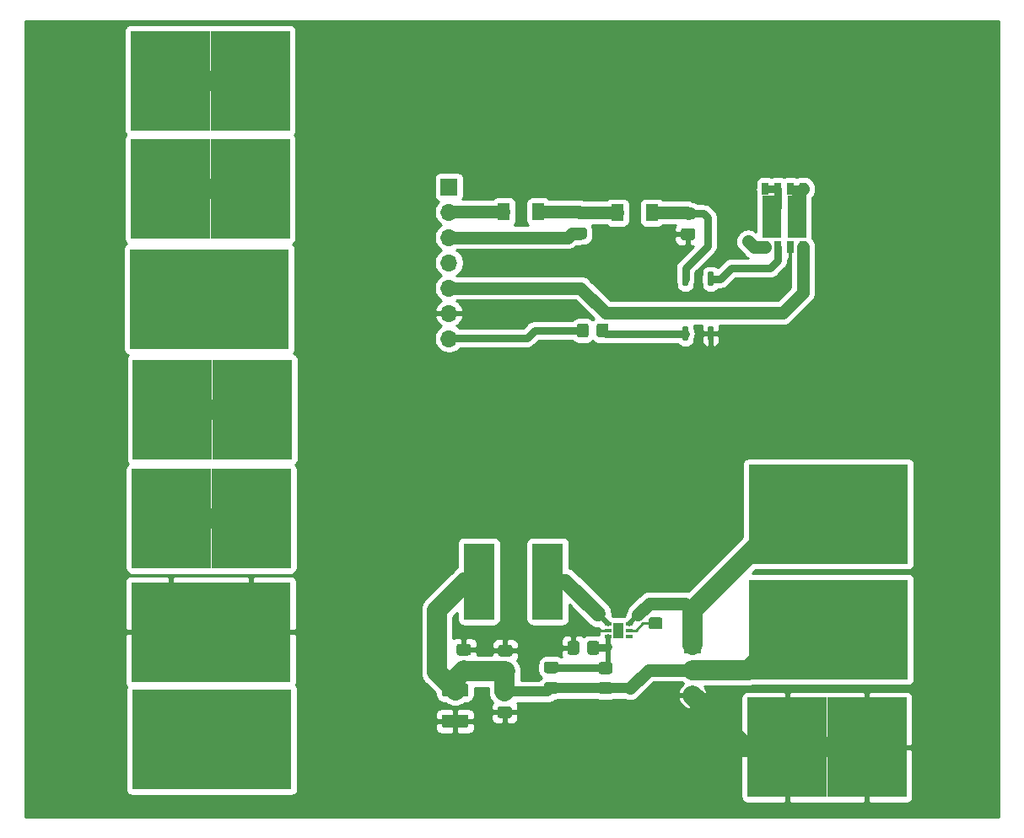
<source format=gbr>
%TF.GenerationSoftware,KiCad,Pcbnew,(5.1.10)-1*%
%TF.CreationDate,2022-03-06T22:53:43-08:00*%
%TF.ProjectId,bb2,6262322e-6b69-4636-9164-5f7063625858,rev?*%
%TF.SameCoordinates,Original*%
%TF.FileFunction,Copper,L1,Top*%
%TF.FilePolarity,Positive*%
%FSLAX46Y46*%
G04 Gerber Fmt 4.6, Leading zero omitted, Abs format (unit mm)*
G04 Created by KiCad (PCBNEW (5.1.10)-1) date 2022-03-06 22:53:43*
%MOMM*%
%LPD*%
G01*
G04 APERTURE LIST*
%TA.AperFunction,EtchedComponent*%
%ADD10C,0.100000*%
%TD*%
%TA.AperFunction,ComponentPad*%
%ADD11R,8.000000X10.000000*%
%TD*%
%TA.AperFunction,ComponentPad*%
%ADD12O,1.700000X1.700000*%
%TD*%
%TA.AperFunction,ComponentPad*%
%ADD13R,1.700000X1.700000*%
%TD*%
%TA.AperFunction,SMDPad,CuDef*%
%ADD14R,0.700000X1.250000*%
%TD*%
%TA.AperFunction,SMDPad,CuDef*%
%ADD15R,1.300000X1.700000*%
%TD*%
%TA.AperFunction,SMDPad,CuDef*%
%ADD16R,1.000000X1.600000*%
%TD*%
%TA.AperFunction,SMDPad,CuDef*%
%ADD17R,0.650000X0.350000*%
%TD*%
%TA.AperFunction,SMDPad,CuDef*%
%ADD18R,3.100000X7.700000*%
%TD*%
%TA.AperFunction,ViaPad*%
%ADD19C,0.800000*%
%TD*%
%TA.AperFunction,Conductor*%
%ADD20C,0.500000*%
%TD*%
%TA.AperFunction,Conductor*%
%ADD21C,0.750000*%
%TD*%
%TA.AperFunction,Conductor*%
%ADD22C,2.000000*%
%TD*%
%TA.AperFunction,Conductor*%
%ADD23C,1.000000*%
%TD*%
%TA.AperFunction,Conductor*%
%ADD24C,1.250000*%
%TD*%
%TA.AperFunction,Conductor*%
%ADD25C,0.250000*%
%TD*%
%TA.AperFunction,Conductor*%
%ADD26C,1.500000*%
%TD*%
%TA.AperFunction,Conductor*%
%ADD27C,0.254000*%
%TD*%
%TA.AperFunction,Conductor*%
%ADD28C,0.100000*%
%TD*%
G04 APERTURE END LIST*
D10*
%TO.C,U2*%
G36*
X152654000Y-102387400D02*
G01*
X150876000Y-102387400D01*
X150876000Y-98196400D01*
X152654000Y-98196400D01*
X152654000Y-102387400D01*
G37*
X152654000Y-102387400D02*
X150876000Y-102387400D01*
X150876000Y-98196400D01*
X152654000Y-98196400D01*
X152654000Y-102387400D01*
G36*
X150114000Y-102387400D02*
G01*
X148336000Y-102387400D01*
X148336000Y-98196400D01*
X150114000Y-98196400D01*
X150114000Y-102387400D01*
G37*
X150114000Y-102387400D02*
X148336000Y-102387400D01*
X148336000Y-98196400D01*
X150114000Y-98196400D01*
X150114000Y-102387400D01*
%TD*%
%TO.P,R2,2*%
%TO.N,Net-(C1-Pad2)*%
%TA.AperFunction,SMDPad,CuDef*%
G36*
G01*
X132987201Y-146275600D02*
X132087199Y-146275600D01*
G75*
G02*
X131837200Y-146025601I0J249999D01*
G01*
X131837200Y-145325599D01*
G75*
G02*
X132087199Y-145075600I249999J0D01*
G01*
X132987201Y-145075600D01*
G75*
G02*
X133237200Y-145325599I0J-249999D01*
G01*
X133237200Y-146025601D01*
G75*
G02*
X132987201Y-146275600I-249999J0D01*
G01*
G37*
%TD.AperFunction*%
%TO.P,R2,1*%
%TO.N,Net-(C1-Pad1)*%
%TA.AperFunction,SMDPad,CuDef*%
G36*
G01*
X132987201Y-148275600D02*
X132087199Y-148275600D01*
G75*
G02*
X131837200Y-148025601I0J249999D01*
G01*
X131837200Y-147325599D01*
G75*
G02*
X132087199Y-147075600I249999J0D01*
G01*
X132987201Y-147075600D01*
G75*
G02*
X133237200Y-147325599I0J-249999D01*
G01*
X133237200Y-148025601D01*
G75*
G02*
X132987201Y-148275600I-249999J0D01*
G01*
G37*
%TD.AperFunction*%
%TD*%
D11*
%TO.P,J12,1*%
%TO.N,Net-(J12-Pad1)*%
X89028000Y-152857200D03*
X97028000Y-152857200D03*
%TD*%
%TO.P,J11,1*%
%TO.N,GND*%
X96926400Y-142036800D03*
X88926400Y-142036800D03*
%TD*%
%TO.P,J10,1*%
%TO.N,Net-(J10-Pad1)*%
X88977200Y-130657600D03*
X96977200Y-130657600D03*
%TD*%
%TO.P,J9,1*%
%TO.N,Net-(J2-Pad4)*%
X89078800Y-119684800D03*
X97078800Y-119684800D03*
%TD*%
%TO.P,J8,1*%
%TO.N,Net-(C6-Pad2)*%
X88774000Y-108610400D03*
X96774000Y-108610400D03*
%TD*%
%TO.P,J7,1*%
%TO.N,Net-(D1-Pad2)*%
X88875600Y-97536000D03*
X96875600Y-97536000D03*
%TD*%
%TO.P,J6,1*%
%TO.N,Net-(J2-Pad1)*%
X88875600Y-86664800D03*
X96875600Y-86664800D03*
%TD*%
%TO.P,J5,1*%
%TO.N,Net-(J1-Pad1)*%
X158926800Y-130200400D03*
X150926800Y-130200400D03*
%TD*%
%TO.P,J4,1*%
%TO.N,Net-(C1-Pad1)*%
X158926800Y-141782800D03*
X150926800Y-141782800D03*
%TD*%
%TO.P,J3,1*%
%TO.N,GND*%
X158774400Y-153619200D03*
X150774400Y-153619200D03*
%TD*%
D12*
%TO.P,J2,7*%
%TO.N,Net-(J12-Pad1)*%
X116840000Y-112572800D03*
%TO.P,J2,6*%
%TO.N,GND*%
X116840000Y-110032800D03*
%TO.P,J2,5*%
%TO.N,Net-(J10-Pad1)*%
X116840000Y-107492800D03*
%TO.P,J2,4*%
%TO.N,Net-(J2-Pad4)*%
X116840000Y-104952800D03*
%TO.P,J2,3*%
%TO.N,Net-(C6-Pad2)*%
X116840000Y-102412800D03*
%TO.P,J2,2*%
%TO.N,Net-(D1-Pad2)*%
X116840000Y-99872800D03*
D13*
%TO.P,J2,1*%
%TO.N,Net-(J2-Pad1)*%
X116840000Y-97332800D03*
%TD*%
%TO.P,U3,4*%
%TO.N,Net-(C7-Pad1)*%
%TA.AperFunction,SMDPad,CuDef*%
G36*
G01*
X140701100Y-107296600D02*
X140426100Y-107296600D01*
G75*
G02*
X140288600Y-107159100I0J137500D01*
G01*
X140288600Y-105984100D01*
G75*
G02*
X140426100Y-105846600I137500J0D01*
G01*
X140701100Y-105846600D01*
G75*
G02*
X140838600Y-105984100I0J-137500D01*
G01*
X140838600Y-107159100D01*
G75*
G02*
X140701100Y-107296600I-137500J0D01*
G01*
G37*
%TD.AperFunction*%
%TO.P,U3,3*%
%TO.N,Net-(U2-Pad2)*%
%TA.AperFunction,SMDPad,CuDef*%
G36*
G01*
X143241100Y-107296600D02*
X142966100Y-107296600D01*
G75*
G02*
X142828600Y-107159100I0J137500D01*
G01*
X142828600Y-105984100D01*
G75*
G02*
X142966100Y-105846600I137500J0D01*
G01*
X143241100Y-105846600D01*
G75*
G02*
X143378600Y-105984100I0J-137500D01*
G01*
X143378600Y-107159100D01*
G75*
G02*
X143241100Y-107296600I-137500J0D01*
G01*
G37*
%TD.AperFunction*%
%TO.P,U3,2*%
%TO.N,GND*%
%TA.AperFunction,SMDPad,CuDef*%
G36*
G01*
X143241100Y-112796600D02*
X142966100Y-112796600D01*
G75*
G02*
X142828600Y-112659100I0J137500D01*
G01*
X142828600Y-111484100D01*
G75*
G02*
X142966100Y-111346600I137500J0D01*
G01*
X143241100Y-111346600D01*
G75*
G02*
X143378600Y-111484100I0J-137500D01*
G01*
X143378600Y-112659100D01*
G75*
G02*
X143241100Y-112796600I-137500J0D01*
G01*
G37*
%TD.AperFunction*%
%TO.P,U3,1*%
%TO.N,Net-(R4-Pad1)*%
%TA.AperFunction,SMDPad,CuDef*%
G36*
G01*
X140701100Y-112796600D02*
X140426100Y-112796600D01*
G75*
G02*
X140288600Y-112659100I0J137500D01*
G01*
X140288600Y-111484100D01*
G75*
G02*
X140426100Y-111346600I137500J0D01*
G01*
X140701100Y-111346600D01*
G75*
G02*
X140838600Y-111484100I0J-137500D01*
G01*
X140838600Y-112659100D01*
G75*
G02*
X140701100Y-112796600I-137500J0D01*
G01*
G37*
%TD.AperFunction*%
%TD*%
%TO.P,R4,2*%
%TO.N,Net-(J12-Pad1)*%
%TA.AperFunction,SMDPad,CuDef*%
G36*
G01*
X130851200Y-111309999D02*
X130851200Y-112210001D01*
G75*
G02*
X130601201Y-112460000I-249999J0D01*
G01*
X129901199Y-112460000D01*
G75*
G02*
X129651200Y-112210001I0J249999D01*
G01*
X129651200Y-111309999D01*
G75*
G02*
X129901199Y-111060000I249999J0D01*
G01*
X130601201Y-111060000D01*
G75*
G02*
X130851200Y-111309999I0J-249999D01*
G01*
G37*
%TD.AperFunction*%
%TO.P,R4,1*%
%TO.N,Net-(R4-Pad1)*%
%TA.AperFunction,SMDPad,CuDef*%
G36*
G01*
X132851200Y-111309999D02*
X132851200Y-112210001D01*
G75*
G02*
X132601201Y-112460000I-249999J0D01*
G01*
X131901199Y-112460000D01*
G75*
G02*
X131651200Y-112210001I0J249999D01*
G01*
X131651200Y-111309999D01*
G75*
G02*
X131901199Y-111060000I249999J0D01*
G01*
X132601201Y-111060000D01*
G75*
G02*
X132851200Y-111309999I0J-249999D01*
G01*
G37*
%TD.AperFunction*%
%TD*%
D14*
%TO.P,U2,8*%
%TO.N,Net-(J2-Pad1)*%
X148590000Y-97561400D03*
%TO.P,U2,7*%
X149860000Y-97561400D03*
%TO.P,U2,6*%
%TO.N,Net-(J2-Pad4)*%
X151130000Y-97561400D03*
%TO.P,U2,5*%
X152400000Y-97561400D03*
%TO.P,U2,4*%
%TO.N,Net-(J10-Pad1)*%
X152400000Y-103403400D03*
%TO.P,U2,3*%
%TO.N,GND*%
X151130000Y-103403400D03*
%TO.P,U2,2*%
%TO.N,Net-(U2-Pad2)*%
X149860000Y-103403400D03*
%TO.P,U2,1*%
%TO.N,Net-(J2-Pad4)*%
X148590000Y-103403400D03*
%TD*%
D15*
%TO.P,D2,2*%
%TO.N,Net-(C6-Pad1)*%
X133705600Y-99923600D03*
%TO.P,D2,1*%
%TO.N,Net-(C7-Pad1)*%
X137205600Y-99923600D03*
%TD*%
%TO.P,D1,2*%
%TO.N,Net-(D1-Pad2)*%
X122326400Y-99822000D03*
%TO.P,D1,1*%
%TO.N,Net-(C6-Pad1)*%
X125826400Y-99822000D03*
%TD*%
%TO.P,C7,2*%
%TO.N,GND*%
%TA.AperFunction,SMDPad,CuDef*%
G36*
G01*
X140342600Y-101512700D02*
X141292600Y-101512700D01*
G75*
G02*
X141542600Y-101762700I0J-250000D01*
G01*
X141542600Y-102437700D01*
G75*
G02*
X141292600Y-102687700I-250000J0D01*
G01*
X140342600Y-102687700D01*
G75*
G02*
X140092600Y-102437700I0J250000D01*
G01*
X140092600Y-101762700D01*
G75*
G02*
X140342600Y-101512700I250000J0D01*
G01*
G37*
%TD.AperFunction*%
%TO.P,C7,1*%
%TO.N,Net-(C7-Pad1)*%
%TA.AperFunction,SMDPad,CuDef*%
G36*
G01*
X140342600Y-99437700D02*
X141292600Y-99437700D01*
G75*
G02*
X141542600Y-99687700I0J-250000D01*
G01*
X141542600Y-100362700D01*
G75*
G02*
X141292600Y-100612700I-250000J0D01*
G01*
X140342600Y-100612700D01*
G75*
G02*
X140092600Y-100362700I0J250000D01*
G01*
X140092600Y-99687700D01*
G75*
G02*
X140342600Y-99437700I250000J0D01*
G01*
G37*
%TD.AperFunction*%
%TD*%
%TO.P,C6,2*%
%TO.N,Net-(C6-Pad2)*%
%TA.AperFunction,SMDPad,CuDef*%
G36*
G01*
X129471400Y-101418900D02*
X130421400Y-101418900D01*
G75*
G02*
X130671400Y-101668900I0J-250000D01*
G01*
X130671400Y-102343900D01*
G75*
G02*
X130421400Y-102593900I-250000J0D01*
G01*
X129471400Y-102593900D01*
G75*
G02*
X129221400Y-102343900I0J250000D01*
G01*
X129221400Y-101668900D01*
G75*
G02*
X129471400Y-101418900I250000J0D01*
G01*
G37*
%TD.AperFunction*%
%TO.P,C6,1*%
%TO.N,Net-(C6-Pad1)*%
%TA.AperFunction,SMDPad,CuDef*%
G36*
G01*
X129471400Y-99343900D02*
X130421400Y-99343900D01*
G75*
G02*
X130671400Y-99593900I0J-250000D01*
G01*
X130671400Y-100268900D01*
G75*
G02*
X130421400Y-100518900I-250000J0D01*
G01*
X129471400Y-100518900D01*
G75*
G02*
X129221400Y-100268900I0J250000D01*
G01*
X129221400Y-99593900D01*
G75*
G02*
X129471400Y-99343900I250000J0D01*
G01*
G37*
%TD.AperFunction*%
%TD*%
D16*
%TO.P,U1,7*%
%TO.N,Net-(U1-Pad7)*%
X133858000Y-141884400D03*
D17*
%TO.P,U1,6*%
%TO.N,Net-(C1-Pad2)*%
X132808000Y-142534400D03*
%TO.P,U1,5*%
%TO.N,GND*%
X132808000Y-141884400D03*
%TO.P,U1,4*%
%TO.N,Net-(L1-Pad1)*%
X132808000Y-141234400D03*
%TO.P,U1,3*%
%TO.N,Net-(J1-Pad1)*%
X134908000Y-141234400D03*
%TO.P,U1,2*%
%TO.N,Net-(R1-Pad2)*%
X134908000Y-141884400D03*
%TO.P,U1,1*%
%TO.N,Net-(U1-Pad1)*%
X134908000Y-142534400D03*
%TD*%
%TO.P,R3,2*%
%TO.N,GND*%
%TA.AperFunction,SMDPad,CuDef*%
G36*
G01*
X129918000Y-143186999D02*
X129918000Y-144087001D01*
G75*
G02*
X129668001Y-144337000I-249999J0D01*
G01*
X128967999Y-144337000D01*
G75*
G02*
X128718000Y-144087001I0J249999D01*
G01*
X128718000Y-143186999D01*
G75*
G02*
X128967999Y-142937000I249999J0D01*
G01*
X129668001Y-142937000D01*
G75*
G02*
X129918000Y-143186999I0J-249999D01*
G01*
G37*
%TD.AperFunction*%
%TO.P,R3,1*%
%TO.N,Net-(C1-Pad2)*%
%TA.AperFunction,SMDPad,CuDef*%
G36*
G01*
X131918000Y-143186999D02*
X131918000Y-144087001D01*
G75*
G02*
X131668001Y-144337000I-249999J0D01*
G01*
X130967999Y-144337000D01*
G75*
G02*
X130718000Y-144087001I0J249999D01*
G01*
X130718000Y-143186999D01*
G75*
G02*
X130967999Y-142937000I249999J0D01*
G01*
X131668001Y-142937000D01*
G75*
G02*
X131918000Y-143186999I0J-249999D01*
G01*
G37*
%TD.AperFunction*%
%TD*%
%TO.P,R1,2*%
%TO.N,Net-(R1-Pad2)*%
%TA.AperFunction,SMDPad,CuDef*%
G36*
G01*
X137116399Y-140573200D02*
X138016401Y-140573200D01*
G75*
G02*
X138266400Y-140823199I0J-249999D01*
G01*
X138266400Y-141523201D01*
G75*
G02*
X138016401Y-141773200I-249999J0D01*
G01*
X137116399Y-141773200D01*
G75*
G02*
X136866400Y-141523201I0J249999D01*
G01*
X136866400Y-140823199D01*
G75*
G02*
X137116399Y-140573200I249999J0D01*
G01*
G37*
%TD.AperFunction*%
%TO.P,R1,1*%
%TO.N,Net-(J1-Pad1)*%
%TA.AperFunction,SMDPad,CuDef*%
G36*
G01*
X137116399Y-138573200D02*
X138016401Y-138573200D01*
G75*
G02*
X138266400Y-138823199I0J-249999D01*
G01*
X138266400Y-139523201D01*
G75*
G02*
X138016401Y-139773200I-249999J0D01*
G01*
X137116399Y-139773200D01*
G75*
G02*
X136866400Y-139523201I0J249999D01*
G01*
X136866400Y-138823199D01*
G75*
G02*
X137116399Y-138573200I249999J0D01*
G01*
G37*
%TD.AperFunction*%
%TD*%
D18*
%TO.P,L1,2*%
%TO.N,Net-(C1-Pad1)*%
X119846000Y-136956800D03*
%TO.P,L1,1*%
%TO.N,Net-(L1-Pad1)*%
X126746000Y-136956800D03*
%TD*%
D12*
%TO.P,J1,3*%
%TO.N,GND*%
X141274800Y-148386800D03*
%TO.P,J1,2*%
%TO.N,Net-(C1-Pad1)*%
X141274800Y-145846800D03*
D13*
%TO.P,J1,1*%
%TO.N,Net-(J1-Pad1)*%
X141274800Y-143306800D03*
%TD*%
%TO.P,C5,2*%
%TO.N,GND*%
%TA.AperFunction,SMDPad,CuDef*%
G36*
G01*
X118788200Y-144410100D02*
X117838200Y-144410100D01*
G75*
G02*
X117588200Y-144160100I0J250000D01*
G01*
X117588200Y-143485100D01*
G75*
G02*
X117838200Y-143235100I250000J0D01*
G01*
X118788200Y-143235100D01*
G75*
G02*
X119038200Y-143485100I0J-250000D01*
G01*
X119038200Y-144160100D01*
G75*
G02*
X118788200Y-144410100I-250000J0D01*
G01*
G37*
%TD.AperFunction*%
%TO.P,C5,1*%
%TO.N,Net-(C1-Pad1)*%
%TA.AperFunction,SMDPad,CuDef*%
G36*
G01*
X118788200Y-146485100D02*
X117838200Y-146485100D01*
G75*
G02*
X117588200Y-146235100I0J250000D01*
G01*
X117588200Y-145560100D01*
G75*
G02*
X117838200Y-145310100I250000J0D01*
G01*
X118788200Y-145310100D01*
G75*
G02*
X119038200Y-145560100I0J-250000D01*
G01*
X119038200Y-146235100D01*
G75*
G02*
X118788200Y-146485100I-250000J0D01*
G01*
G37*
%TD.AperFunction*%
%TD*%
%TO.P,C4,2*%
%TO.N,GND*%
%TA.AperFunction,SMDPad,CuDef*%
G36*
G01*
X122953800Y-144511700D02*
X122003800Y-144511700D01*
G75*
G02*
X121753800Y-144261700I0J250000D01*
G01*
X121753800Y-143586700D01*
G75*
G02*
X122003800Y-143336700I250000J0D01*
G01*
X122953800Y-143336700D01*
G75*
G02*
X123203800Y-143586700I0J-250000D01*
G01*
X123203800Y-144261700D01*
G75*
G02*
X122953800Y-144511700I-250000J0D01*
G01*
G37*
%TD.AperFunction*%
%TO.P,C4,1*%
%TO.N,Net-(C1-Pad1)*%
%TA.AperFunction,SMDPad,CuDef*%
G36*
G01*
X122953800Y-146586700D02*
X122003800Y-146586700D01*
G75*
G02*
X121753800Y-146336700I0J250000D01*
G01*
X121753800Y-145661700D01*
G75*
G02*
X122003800Y-145411700I250000J0D01*
G01*
X122953800Y-145411700D01*
G75*
G02*
X123203800Y-145661700I0J-250000D01*
G01*
X123203800Y-146336700D01*
G75*
G02*
X122953800Y-146586700I-250000J0D01*
G01*
G37*
%TD.AperFunction*%
%TD*%
%TO.P,C3,2*%
%TO.N,GND*%
%TA.AperFunction,SMDPad,CuDef*%
G36*
G01*
X121953000Y-149518700D02*
X122903000Y-149518700D01*
G75*
G02*
X123153000Y-149768700I0J-250000D01*
G01*
X123153000Y-150443700D01*
G75*
G02*
X122903000Y-150693700I-250000J0D01*
G01*
X121953000Y-150693700D01*
G75*
G02*
X121703000Y-150443700I0J250000D01*
G01*
X121703000Y-149768700D01*
G75*
G02*
X121953000Y-149518700I250000J0D01*
G01*
G37*
%TD.AperFunction*%
%TO.P,C3,1*%
%TO.N,Net-(C1-Pad1)*%
%TA.AperFunction,SMDPad,CuDef*%
G36*
G01*
X121953000Y-147443700D02*
X122903000Y-147443700D01*
G75*
G02*
X123153000Y-147693700I0J-250000D01*
G01*
X123153000Y-148368700D01*
G75*
G02*
X122903000Y-148618700I-250000J0D01*
G01*
X121953000Y-148618700D01*
G75*
G02*
X121703000Y-148368700I0J250000D01*
G01*
X121703000Y-147693700D01*
G75*
G02*
X121953000Y-147443700I250000J0D01*
G01*
G37*
%TD.AperFunction*%
%TD*%
%TO.P,C2,2*%
%TO.N,GND*%
%TA.AperFunction,SMDPad,CuDef*%
G36*
G01*
X116349599Y-150341300D02*
X118549601Y-150341300D01*
G75*
G02*
X118799600Y-150591299I0J-249999D01*
G01*
X118799600Y-151416301D01*
G75*
G02*
X118549601Y-151666300I-249999J0D01*
G01*
X116349599Y-151666300D01*
G75*
G02*
X116099600Y-151416301I0J249999D01*
G01*
X116099600Y-150591299D01*
G75*
G02*
X116349599Y-150341300I249999J0D01*
G01*
G37*
%TD.AperFunction*%
%TO.P,C2,1*%
%TO.N,Net-(C1-Pad1)*%
%TA.AperFunction,SMDPad,CuDef*%
G36*
G01*
X116349599Y-147216300D02*
X118549601Y-147216300D01*
G75*
G02*
X118799600Y-147466299I0J-249999D01*
G01*
X118799600Y-148291301D01*
G75*
G02*
X118549601Y-148541300I-249999J0D01*
G01*
X116349599Y-148541300D01*
G75*
G02*
X116099600Y-148291301I0J249999D01*
G01*
X116099600Y-147466299D01*
G75*
G02*
X116349599Y-147216300I249999J0D01*
G01*
G37*
%TD.AperFunction*%
%TD*%
%TO.P,C1,2*%
%TO.N,Net-(C1-Pad2)*%
%TA.AperFunction,SMDPad,CuDef*%
G36*
G01*
X127576600Y-146188100D02*
X126626600Y-146188100D01*
G75*
G02*
X126376600Y-145938100I0J250000D01*
G01*
X126376600Y-145263100D01*
G75*
G02*
X126626600Y-145013100I250000J0D01*
G01*
X127576600Y-145013100D01*
G75*
G02*
X127826600Y-145263100I0J-250000D01*
G01*
X127826600Y-145938100D01*
G75*
G02*
X127576600Y-146188100I-250000J0D01*
G01*
G37*
%TD.AperFunction*%
%TO.P,C1,1*%
%TO.N,Net-(C1-Pad1)*%
%TA.AperFunction,SMDPad,CuDef*%
G36*
G01*
X127576600Y-148263100D02*
X126626600Y-148263100D01*
G75*
G02*
X126376600Y-148013100I0J250000D01*
G01*
X126376600Y-147338100D01*
G75*
G02*
X126626600Y-147088100I250000J0D01*
G01*
X127576600Y-147088100D01*
G75*
G02*
X127826600Y-147338100I0J-250000D01*
G01*
X127826600Y-148013100D01*
G75*
G02*
X127576600Y-148263100I-250000J0D01*
G01*
G37*
%TD.AperFunction*%
%TD*%
D19*
%TO.N,Net-(J2-Pad4)*%
X146862800Y-102819200D03*
X151892000Y-101193600D03*
%TO.N,Net-(J2-Pad1)*%
X149352000Y-99872800D03*
%TD*%
D20*
%TO.N,Net-(C1-Pad2)*%
X132808000Y-145404800D02*
X132537200Y-145675600D01*
D21*
X132462200Y-145600600D02*
X132537200Y-145675600D01*
X127101600Y-145600600D02*
X132462200Y-145600600D01*
X132647000Y-143637000D02*
X132808000Y-143476000D01*
X131318000Y-143637000D02*
X132647000Y-143637000D01*
D20*
X132808000Y-143476000D02*
X132808000Y-145404800D01*
X132808000Y-142534400D02*
X132808000Y-143476000D01*
D22*
%TO.N,Net-(C1-Pad1)*%
X119846000Y-136956800D02*
X118516400Y-136956800D01*
X118516400Y-136956800D02*
X115620800Y-139852400D01*
X115620800Y-146050000D02*
X117449600Y-147878800D01*
X115620800Y-139852400D02*
X115620800Y-146050000D01*
X117449600Y-146761200D02*
X118313200Y-145897600D01*
X117449600Y-147878800D02*
X117449600Y-146761200D01*
X118414800Y-145999200D02*
X118313200Y-145897600D01*
X122478800Y-145999200D02*
X118414800Y-145999200D01*
X122428000Y-146050000D02*
X122478800Y-145999200D01*
X122428000Y-148031200D02*
X122428000Y-146050000D01*
D23*
X126746000Y-148031200D02*
X127101600Y-147675600D01*
X122428000Y-148031200D02*
X126746000Y-148031200D01*
X132537200Y-147675600D02*
X127101600Y-147675600D01*
X132537200Y-147675600D02*
X135026400Y-147675600D01*
D24*
X136855200Y-145846800D02*
X141274800Y-145846800D01*
X135026400Y-147675600D02*
X136855200Y-145846800D01*
D22*
X146862800Y-145846800D02*
X150926800Y-141782800D01*
X141274800Y-145846800D02*
X146862800Y-145846800D01*
X150926800Y-141782800D02*
X158926800Y-141782800D01*
%TO.N,GND*%
X146507200Y-153619200D02*
X141274800Y-148386800D01*
X150774400Y-153619200D02*
X146507200Y-153619200D01*
X150774400Y-153619200D02*
X158774400Y-153619200D01*
X88926400Y-142036800D02*
X96926400Y-142036800D01*
D25*
X132808000Y-141884400D02*
X131343400Y-141884400D01*
D24*
%TO.N,Net-(J1-Pad1)*%
X141274800Y-143306800D02*
X141274800Y-139903200D01*
X140544800Y-139173200D02*
X137566400Y-139173200D01*
X141274800Y-139903200D02*
X140544800Y-139173200D01*
X136969200Y-139173200D02*
X135810600Y-140331800D01*
X137566400Y-139173200D02*
X136969200Y-139173200D01*
D20*
X135810600Y-140331800D02*
X134908000Y-141234400D01*
D22*
X141274800Y-139852400D02*
X141274800Y-143306800D01*
X150926800Y-130200400D02*
X141274800Y-139852400D01*
X150926800Y-130200400D02*
X158926800Y-130200400D01*
D26*
%TO.N,Net-(L1-Pad1)*%
X126746000Y-136956800D02*
X128530400Y-136956800D01*
X128530400Y-136956800D02*
X131829200Y-140255600D01*
D20*
X131829200Y-140255600D02*
X132808000Y-141234400D01*
D25*
%TO.N,Net-(R1-Pad2)*%
X135601516Y-141884400D02*
X134908000Y-141884400D01*
X136312716Y-141173200D02*
X135601516Y-141884400D01*
X137566400Y-141173200D02*
X136312716Y-141173200D01*
D22*
%TO.N,Net-(C6-Pad2)*%
X96774000Y-108610400D02*
X88774000Y-108610400D01*
D24*
X129946400Y-102006400D02*
X129133600Y-102006400D01*
X128727200Y-102412800D02*
X116840000Y-102412800D01*
X129133600Y-102006400D02*
X128727200Y-102412800D01*
%TO.N,Net-(C6-Pad1)*%
X129837000Y-99822000D02*
X129946400Y-99931400D01*
X125826400Y-99822000D02*
X129837000Y-99822000D01*
X133697800Y-99931400D02*
X133705600Y-99923600D01*
X129946400Y-99931400D02*
X133697800Y-99931400D01*
%TO.N,Net-(C7-Pad1)*%
X140716000Y-99923600D02*
X140817600Y-100025200D01*
X137205600Y-99923600D02*
X140716000Y-99923600D01*
D21*
X140563600Y-106571600D02*
X140563600Y-105511600D01*
X140563600Y-105511600D02*
X142798800Y-103276400D01*
X142798800Y-103276400D02*
X142798800Y-100431600D01*
X142392400Y-100025200D02*
X140817600Y-100025200D01*
X142798800Y-100431600D02*
X142392400Y-100025200D01*
D24*
%TO.N,Net-(D1-Pad2)*%
X116890800Y-99822000D02*
X116840000Y-99872800D01*
X122326400Y-99822000D02*
X116890800Y-99822000D01*
D22*
X88875600Y-97536000D02*
X96875600Y-97536000D01*
D21*
%TO.N,Net-(J2-Pad4)*%
X152400000Y-97561400D02*
X151130000Y-97561400D01*
D24*
X147447000Y-103403400D02*
X146862800Y-102819200D01*
X148590000Y-103403400D02*
X147447000Y-103403400D01*
X151892000Y-98069400D02*
X152400000Y-97561400D01*
X151892000Y-101193600D02*
X151892000Y-98069400D01*
D22*
X89078800Y-119684800D02*
X97078800Y-119684800D01*
D21*
%TO.N,Net-(J2-Pad1)*%
X148590000Y-97561400D02*
X149860000Y-97561400D01*
X149860000Y-99364800D02*
X149352000Y-99872800D01*
X149860000Y-97561400D02*
X149860000Y-99364800D01*
D22*
X96875600Y-86664800D02*
X88875600Y-86664800D01*
D21*
%TO.N,Net-(R4-Pad1)*%
X132562800Y-112071600D02*
X132251200Y-111760000D01*
X140563600Y-112071600D02*
X132562800Y-112071600D01*
%TO.N,Net-(U2-Pad2)*%
X144104400Y-106571600D02*
X143103600Y-106571600D01*
X145164400Y-105511600D02*
X144104400Y-106571600D01*
X149098000Y-105511600D02*
X145164400Y-105511600D01*
X149860000Y-104749600D02*
X149098000Y-105511600D01*
X149860000Y-104749600D02*
X149860000Y-103403400D01*
%TO.N,Net-(J12-Pad1)*%
X116890800Y-112522000D02*
X116840000Y-112572800D01*
X124663200Y-112522000D02*
X116890800Y-112522000D01*
X125425200Y-111760000D02*
X124663200Y-112522000D01*
X130251200Y-111760000D02*
X125425200Y-111760000D01*
D22*
X89028000Y-152857200D02*
X97028000Y-152857200D01*
%TO.N,Net-(J10-Pad1)*%
X88977200Y-130657600D02*
X96977200Y-130657600D01*
D24*
X130048000Y-107492800D02*
X116840000Y-107492800D01*
X132537200Y-109982000D02*
X130048000Y-107492800D01*
X150368000Y-109982000D02*
X132537200Y-109982000D01*
X152400000Y-107950000D02*
X150368000Y-109982000D01*
X152400000Y-103403400D02*
X152400000Y-107950000D01*
%TD*%
D27*
%TO.N,GND*%
X172035001Y-160605000D02*
X74345000Y-160605000D01*
X74345000Y-158619200D01*
X146136328Y-158619200D01*
X146148588Y-158743682D01*
X146184898Y-158863380D01*
X146243863Y-158973694D01*
X146323215Y-159070385D01*
X146419906Y-159149737D01*
X146530220Y-159208702D01*
X146649918Y-159245012D01*
X146774400Y-159257272D01*
X150488650Y-159254200D01*
X150647400Y-159095450D01*
X150647400Y-153746200D01*
X150901400Y-153746200D01*
X150901400Y-159095450D01*
X151060150Y-159254200D01*
X154774400Y-159257272D01*
X158488650Y-159254200D01*
X158647400Y-159095450D01*
X158647400Y-153746200D01*
X158901400Y-153746200D01*
X158901400Y-159095450D01*
X159060150Y-159254200D01*
X162774400Y-159257272D01*
X162898882Y-159245012D01*
X163018580Y-159208702D01*
X163128894Y-159149737D01*
X163225585Y-159070385D01*
X163304937Y-158973694D01*
X163363902Y-158863380D01*
X163400212Y-158743682D01*
X163412472Y-158619200D01*
X163409400Y-153904950D01*
X163250650Y-153746200D01*
X158901400Y-153746200D01*
X158647400Y-153746200D01*
X150901400Y-153746200D01*
X150647400Y-153746200D01*
X146298150Y-153746200D01*
X146139400Y-153904950D01*
X146136328Y-158619200D01*
X74345000Y-158619200D01*
X74345000Y-147036800D01*
X84288328Y-147036800D01*
X84300588Y-147161282D01*
X84336898Y-147280980D01*
X84395863Y-147391294D01*
X84475215Y-147487985D01*
X84496149Y-147505165D01*
X84438498Y-147613020D01*
X84402188Y-147732718D01*
X84389928Y-147857200D01*
X84389928Y-157857200D01*
X84402188Y-157981682D01*
X84438498Y-158101380D01*
X84497463Y-158211694D01*
X84576815Y-158308385D01*
X84673506Y-158387737D01*
X84783820Y-158446702D01*
X84903518Y-158483012D01*
X85028000Y-158495272D01*
X101028000Y-158495272D01*
X101152482Y-158483012D01*
X101272180Y-158446702D01*
X101382494Y-158387737D01*
X101479185Y-158308385D01*
X101558537Y-158211694D01*
X101617502Y-158101380D01*
X101653812Y-157981682D01*
X101666072Y-157857200D01*
X101666072Y-151666300D01*
X115461528Y-151666300D01*
X115473788Y-151790782D01*
X115510098Y-151910480D01*
X115569063Y-152020794D01*
X115648415Y-152117485D01*
X115745106Y-152196837D01*
X115855420Y-152255802D01*
X115975118Y-152292112D01*
X116099600Y-152304372D01*
X117163850Y-152301300D01*
X117322600Y-152142550D01*
X117322600Y-151130800D01*
X117576600Y-151130800D01*
X117576600Y-152142550D01*
X117735350Y-152301300D01*
X118799600Y-152304372D01*
X118924082Y-152292112D01*
X119043780Y-152255802D01*
X119154094Y-152196837D01*
X119250785Y-152117485D01*
X119330137Y-152020794D01*
X119389102Y-151910480D01*
X119425412Y-151790782D01*
X119437672Y-151666300D01*
X119434600Y-151289550D01*
X119275850Y-151130800D01*
X117576600Y-151130800D01*
X117322600Y-151130800D01*
X115623350Y-151130800D01*
X115464600Y-151289550D01*
X115461528Y-151666300D01*
X101666072Y-151666300D01*
X101666072Y-150341300D01*
X115461528Y-150341300D01*
X115464600Y-150718050D01*
X115623350Y-150876800D01*
X117322600Y-150876800D01*
X117322600Y-149865050D01*
X117576600Y-149865050D01*
X117576600Y-150876800D01*
X119275850Y-150876800D01*
X119434600Y-150718050D01*
X119434798Y-150693700D01*
X121064928Y-150693700D01*
X121077188Y-150818182D01*
X121113498Y-150937880D01*
X121172463Y-151048194D01*
X121251815Y-151144885D01*
X121348506Y-151224237D01*
X121458820Y-151283202D01*
X121578518Y-151319512D01*
X121703000Y-151331772D01*
X122142250Y-151328700D01*
X122301000Y-151169950D01*
X122301000Y-150233200D01*
X122555000Y-150233200D01*
X122555000Y-151169950D01*
X122713750Y-151328700D01*
X123153000Y-151331772D01*
X123277482Y-151319512D01*
X123397180Y-151283202D01*
X123507494Y-151224237D01*
X123604185Y-151144885D01*
X123683537Y-151048194D01*
X123742502Y-150937880D01*
X123778812Y-150818182D01*
X123791072Y-150693700D01*
X123788000Y-150391950D01*
X123629250Y-150233200D01*
X122555000Y-150233200D01*
X122301000Y-150233200D01*
X121226750Y-150233200D01*
X121068000Y-150391950D01*
X121064928Y-150693700D01*
X119434798Y-150693700D01*
X119437672Y-150341300D01*
X119425412Y-150216818D01*
X119389102Y-150097120D01*
X119330137Y-149986806D01*
X119250785Y-149890115D01*
X119154094Y-149810763D01*
X119043780Y-149751798D01*
X118924082Y-149715488D01*
X118799600Y-149703228D01*
X117735350Y-149706300D01*
X117576600Y-149865050D01*
X117322600Y-149865050D01*
X117163850Y-149706300D01*
X116099600Y-149703228D01*
X115975118Y-149715488D01*
X115855420Y-149751798D01*
X115745106Y-149810763D01*
X115648415Y-149890115D01*
X115569063Y-149986806D01*
X115510098Y-150097120D01*
X115473788Y-150216818D01*
X115461528Y-150341300D01*
X101666072Y-150341300D01*
X101666072Y-147857200D01*
X101653812Y-147732718D01*
X101617502Y-147613020D01*
X101558537Y-147502706D01*
X101479185Y-147406015D01*
X101458251Y-147388835D01*
X101515902Y-147280980D01*
X101552212Y-147161282D01*
X101564472Y-147036800D01*
X101561400Y-142322550D01*
X101402650Y-142163800D01*
X97053400Y-142163800D01*
X97053400Y-142183800D01*
X96799400Y-142183800D01*
X96799400Y-142163800D01*
X89053400Y-142163800D01*
X89053400Y-142183800D01*
X88799400Y-142183800D01*
X88799400Y-142163800D01*
X84450150Y-142163800D01*
X84291400Y-142322550D01*
X84288328Y-147036800D01*
X74345000Y-147036800D01*
X74345000Y-137036800D01*
X84288328Y-137036800D01*
X84291400Y-141751050D01*
X84450150Y-141909800D01*
X88799400Y-141909800D01*
X88799400Y-136560550D01*
X89053400Y-136560550D01*
X89053400Y-141909800D01*
X96799400Y-141909800D01*
X96799400Y-136560550D01*
X97053400Y-136560550D01*
X97053400Y-141909800D01*
X101402650Y-141909800D01*
X101561400Y-141751050D01*
X101562637Y-139852400D01*
X113977889Y-139852400D01*
X113985800Y-139932720D01*
X113985801Y-145969671D01*
X113977889Y-146050000D01*
X114009458Y-146370516D01*
X114102948Y-146678714D01*
X114204739Y-146869151D01*
X114254770Y-146962752D01*
X114459087Y-147211714D01*
X114521482Y-147262920D01*
X115461528Y-148202967D01*
X115461528Y-148291301D01*
X115478592Y-148464555D01*
X115529128Y-148631151D01*
X115611195Y-148784687D01*
X115721638Y-148919262D01*
X115856213Y-149029705D01*
X116009749Y-149111772D01*
X116176345Y-149162308D01*
X116349599Y-149179372D01*
X116457086Y-149179372D01*
X116536848Y-149244831D01*
X116816331Y-149394218D01*
X116820885Y-149396652D01*
X117129083Y-149490143D01*
X117449600Y-149521711D01*
X117770116Y-149490143D01*
X118078314Y-149396652D01*
X118082868Y-149394218D01*
X118362351Y-149244831D01*
X118442114Y-149179372D01*
X118549601Y-149179372D01*
X118722855Y-149162308D01*
X118889451Y-149111772D01*
X119042987Y-149029705D01*
X119177562Y-148919262D01*
X119288005Y-148784687D01*
X119370072Y-148631151D01*
X119420608Y-148464555D01*
X119437672Y-148291301D01*
X119437672Y-147634200D01*
X120793000Y-147634200D01*
X120793000Y-148111521D01*
X120816657Y-148351715D01*
X120910148Y-148659914D01*
X121061969Y-148943951D01*
X121207595Y-149121398D01*
X121172463Y-149164206D01*
X121113498Y-149274520D01*
X121077188Y-149394218D01*
X121064928Y-149518700D01*
X121068000Y-149820450D01*
X121226750Y-149979200D01*
X122301000Y-149979200D01*
X122301000Y-149959200D01*
X122555000Y-149959200D01*
X122555000Y-149979200D01*
X123629250Y-149979200D01*
X123788000Y-149820450D01*
X123791072Y-149518700D01*
X123778812Y-149394218D01*
X123742502Y-149274520D01*
X123684603Y-149166200D01*
X126690249Y-149166200D01*
X126746000Y-149171691D01*
X126801751Y-149166200D01*
X126801752Y-149166200D01*
X126968499Y-149149777D01*
X127182447Y-149084876D01*
X127379623Y-148979484D01*
X127475046Y-148901172D01*
X127576600Y-148901172D01*
X127749854Y-148884108D01*
X127916450Y-148833572D01*
X127959427Y-148810600D01*
X131680986Y-148810600D01*
X131747349Y-148846072D01*
X131913945Y-148896608D01*
X132087199Y-148913672D01*
X132987201Y-148913672D01*
X133160455Y-148896608D01*
X133327051Y-148846072D01*
X133393414Y-148810600D01*
X134476930Y-148810600D01*
X134541887Y-148845320D01*
X134779397Y-148917367D01*
X135026400Y-148941695D01*
X135273403Y-148917367D01*
X135510913Y-148845320D01*
X135701049Y-148743690D01*
X139833324Y-148743690D01*
X139877975Y-148890899D01*
X140003159Y-149153720D01*
X140177212Y-149387069D01*
X140393445Y-149581978D01*
X140643548Y-149730957D01*
X140917909Y-149828281D01*
X141147800Y-149707614D01*
X141147800Y-148513800D01*
X141401800Y-148513800D01*
X141401800Y-149707614D01*
X141631691Y-149828281D01*
X141906052Y-149730957D01*
X142156155Y-149581978D01*
X142372388Y-149387069D01*
X142546441Y-149153720D01*
X142671625Y-148890899D01*
X142716276Y-148743690D01*
X142650579Y-148619200D01*
X146136328Y-148619200D01*
X146139400Y-153333450D01*
X146298150Y-153492200D01*
X150647400Y-153492200D01*
X150647400Y-148142950D01*
X150901400Y-148142950D01*
X150901400Y-153492200D01*
X158647400Y-153492200D01*
X158647400Y-148142950D01*
X158901400Y-148142950D01*
X158901400Y-153492200D01*
X163250650Y-153492200D01*
X163409400Y-153333450D01*
X163412472Y-148619200D01*
X163400212Y-148494718D01*
X163363902Y-148375020D01*
X163304937Y-148264706D01*
X163225585Y-148168015D01*
X163128894Y-148088663D01*
X163018580Y-148029698D01*
X162898882Y-147993388D01*
X162774400Y-147981128D01*
X159060150Y-147984200D01*
X158901400Y-148142950D01*
X158647400Y-148142950D01*
X158488650Y-147984200D01*
X154774400Y-147981128D01*
X151060150Y-147984200D01*
X150901400Y-148142950D01*
X150647400Y-148142950D01*
X150488650Y-147984200D01*
X146774400Y-147981128D01*
X146649918Y-147993388D01*
X146530220Y-148029698D01*
X146419906Y-148088663D01*
X146323215Y-148168015D01*
X146243863Y-148264706D01*
X146184898Y-148375020D01*
X146148588Y-148494718D01*
X146136328Y-148619200D01*
X142650579Y-148619200D01*
X142594955Y-148513800D01*
X141401800Y-148513800D01*
X141147800Y-148513800D01*
X139954645Y-148513800D01*
X139833324Y-148743690D01*
X135701049Y-148743690D01*
X135729805Y-148728320D01*
X135873589Y-148610319D01*
X137377109Y-147106800D01*
X140232848Y-147106800D01*
X140362048Y-147212831D01*
X140366987Y-147215471D01*
X140177212Y-147386531D01*
X140003159Y-147619880D01*
X139877975Y-147882701D01*
X139833324Y-148029910D01*
X139954645Y-148259800D01*
X141147800Y-148259800D01*
X141147800Y-148239800D01*
X141401800Y-148239800D01*
X141401800Y-148259800D01*
X142594955Y-148259800D01*
X142716276Y-148029910D01*
X142671625Y-147882701D01*
X142546441Y-147619880D01*
X142443448Y-147481800D01*
X146782481Y-147481800D01*
X146862800Y-147489711D01*
X146943119Y-147481800D01*
X146943122Y-147481800D01*
X147183316Y-147458143D01*
X147306182Y-147420872D01*
X162926800Y-147420872D01*
X163051282Y-147408612D01*
X163170980Y-147372302D01*
X163281294Y-147313337D01*
X163377985Y-147233985D01*
X163457337Y-147137294D01*
X163516302Y-147026980D01*
X163552612Y-146907282D01*
X163564872Y-146782800D01*
X163564872Y-136782800D01*
X163552612Y-136658318D01*
X163516302Y-136538620D01*
X163457337Y-136428306D01*
X163377985Y-136331615D01*
X163281294Y-136252263D01*
X163170980Y-136193298D01*
X163051282Y-136156988D01*
X162926800Y-136144728D01*
X147294711Y-136144728D01*
X147600967Y-135838472D01*
X162926800Y-135838472D01*
X163051282Y-135826212D01*
X163170980Y-135789902D01*
X163281294Y-135730937D01*
X163377985Y-135651585D01*
X163457337Y-135554894D01*
X163516302Y-135444580D01*
X163552612Y-135324882D01*
X163564872Y-135200400D01*
X163564872Y-125200400D01*
X163552612Y-125075918D01*
X163516302Y-124956220D01*
X163457337Y-124845906D01*
X163377985Y-124749215D01*
X163281294Y-124669863D01*
X163170980Y-124610898D01*
X163051282Y-124574588D01*
X162926800Y-124562328D01*
X146926800Y-124562328D01*
X146802318Y-124574588D01*
X146682620Y-124610898D01*
X146572306Y-124669863D01*
X146475615Y-124749215D01*
X146396263Y-124845906D01*
X146337298Y-124956220D01*
X146300988Y-125075918D01*
X146288728Y-125200400D01*
X146288728Y-132526233D01*
X140862181Y-137952781D01*
X140791803Y-137931432D01*
X140606693Y-137913200D01*
X140606683Y-137913200D01*
X140544800Y-137907105D01*
X140482917Y-137913200D01*
X137031093Y-137913200D01*
X136969200Y-137907104D01*
X136907307Y-137913200D01*
X136722197Y-137931432D01*
X136484686Y-138003480D01*
X136265795Y-138120480D01*
X136073935Y-138277935D01*
X136034481Y-138326011D01*
X134875881Y-139484611D01*
X134757880Y-139628395D01*
X134640880Y-139847287D01*
X134568833Y-140084797D01*
X134544505Y-140331800D01*
X134545807Y-140345015D01*
X134456675Y-140434147D01*
X134402177Y-140450679D01*
X134358000Y-140446328D01*
X133358000Y-140446328D01*
X133313823Y-140450679D01*
X133259326Y-140434147D01*
X133208337Y-140383158D01*
X133220900Y-140255600D01*
X133194160Y-139984093D01*
X133114964Y-139723019D01*
X132986357Y-139482412D01*
X132856652Y-139324366D01*
X129557854Y-136025569D01*
X129514481Y-135972719D01*
X129303588Y-135799643D01*
X129062981Y-135671036D01*
X128934072Y-135631932D01*
X128934072Y-133106800D01*
X128921812Y-132982318D01*
X128885502Y-132862620D01*
X128826537Y-132752306D01*
X128747185Y-132655615D01*
X128650494Y-132576263D01*
X128540180Y-132517298D01*
X128420482Y-132480988D01*
X128296000Y-132468728D01*
X125196000Y-132468728D01*
X125071518Y-132480988D01*
X124951820Y-132517298D01*
X124841506Y-132576263D01*
X124744815Y-132655615D01*
X124665463Y-132752306D01*
X124606498Y-132862620D01*
X124570188Y-132982318D01*
X124557928Y-133106800D01*
X124557928Y-140806800D01*
X124570188Y-140931282D01*
X124606498Y-141050980D01*
X124665463Y-141161294D01*
X124744815Y-141257985D01*
X124841506Y-141337337D01*
X124951820Y-141396302D01*
X125071518Y-141432612D01*
X125196000Y-141444872D01*
X128296000Y-141444872D01*
X128420482Y-141432612D01*
X128540180Y-141396302D01*
X128650494Y-141337337D01*
X128747185Y-141257985D01*
X128826537Y-141161294D01*
X128885502Y-141050980D01*
X128921812Y-140931282D01*
X128934072Y-140806800D01*
X128934072Y-139319157D01*
X130897966Y-141283052D01*
X131056012Y-141412757D01*
X131296619Y-141541364D01*
X131557693Y-141620560D01*
X131829200Y-141647300D01*
X131851751Y-141645079D01*
X131848000Y-141677650D01*
X132006750Y-141836400D01*
X132011967Y-141836400D01*
X132031815Y-141860585D01*
X132060834Y-141884400D01*
X132031815Y-141908215D01*
X132011967Y-141932400D01*
X132006750Y-141932400D01*
X131848000Y-142091150D01*
X131860454Y-142199302D01*
X131864385Y-142211194D01*
X131857188Y-142234918D01*
X131848973Y-142318333D01*
X131841255Y-142315992D01*
X131668001Y-142298928D01*
X130967999Y-142298928D01*
X130794745Y-142315992D01*
X130628149Y-142366528D01*
X130474613Y-142448595D01*
X130393363Y-142515276D01*
X130369185Y-142485815D01*
X130272494Y-142406463D01*
X130162180Y-142347498D01*
X130042482Y-142311188D01*
X129918000Y-142298928D01*
X129603750Y-142302000D01*
X129445000Y-142460750D01*
X129445000Y-143510000D01*
X129465000Y-143510000D01*
X129465000Y-143764000D01*
X129445000Y-143764000D01*
X129445000Y-143784000D01*
X129191000Y-143784000D01*
X129191000Y-143764000D01*
X128241750Y-143764000D01*
X128083000Y-143922750D01*
X128079928Y-144337000D01*
X128092188Y-144461482D01*
X128125079Y-144569908D01*
X128069986Y-144524695D01*
X127916450Y-144442628D01*
X127749854Y-144392092D01*
X127576600Y-144375028D01*
X126626600Y-144375028D01*
X126453346Y-144392092D01*
X126286750Y-144442628D01*
X126133214Y-144524695D01*
X125998638Y-144635138D01*
X125888195Y-144769714D01*
X125806128Y-144923250D01*
X125755592Y-145089846D01*
X125738528Y-145263100D01*
X125738528Y-145938100D01*
X125755592Y-146111354D01*
X125806128Y-146277950D01*
X125888195Y-146431486D01*
X125998638Y-146566062D01*
X126086417Y-146638100D01*
X125998638Y-146710138D01*
X125888195Y-146844714D01*
X125860675Y-146896200D01*
X124063000Y-146896200D01*
X124063000Y-146409195D01*
X124090143Y-146319716D01*
X124121711Y-145999200D01*
X124090143Y-145678684D01*
X123996652Y-145370485D01*
X123844831Y-145086448D01*
X123699205Y-144909002D01*
X123734337Y-144866194D01*
X123793302Y-144755880D01*
X123829612Y-144636182D01*
X123841872Y-144511700D01*
X123838800Y-144209950D01*
X123680050Y-144051200D01*
X122605800Y-144051200D01*
X122605800Y-144071200D01*
X122351800Y-144071200D01*
X122351800Y-144051200D01*
X121277550Y-144051200D01*
X121118800Y-144209950D01*
X121117230Y-144364200D01*
X119675805Y-144364200D01*
X119673200Y-144108350D01*
X119514450Y-143949600D01*
X118440200Y-143949600D01*
X118440200Y-143969600D01*
X118186200Y-143969600D01*
X118186200Y-143949600D01*
X118166200Y-143949600D01*
X118166200Y-143695600D01*
X118186200Y-143695600D01*
X118186200Y-142758850D01*
X118440200Y-142758850D01*
X118440200Y-143695600D01*
X119514450Y-143695600D01*
X119673200Y-143536850D01*
X119675237Y-143336700D01*
X121115728Y-143336700D01*
X121118800Y-143638450D01*
X121277550Y-143797200D01*
X122351800Y-143797200D01*
X122351800Y-142860450D01*
X122605800Y-142860450D01*
X122605800Y-143797200D01*
X123680050Y-143797200D01*
X123838800Y-143638450D01*
X123841872Y-143336700D01*
X123829612Y-143212218D01*
X123793302Y-143092520D01*
X123734337Y-142982206D01*
X123697238Y-142937000D01*
X128079928Y-142937000D01*
X128083000Y-143351250D01*
X128241750Y-143510000D01*
X129191000Y-143510000D01*
X129191000Y-142460750D01*
X129032250Y-142302000D01*
X128718000Y-142298928D01*
X128593518Y-142311188D01*
X128473820Y-142347498D01*
X128363506Y-142406463D01*
X128266815Y-142485815D01*
X128187463Y-142582506D01*
X128128498Y-142692820D01*
X128092188Y-142812518D01*
X128079928Y-142937000D01*
X123697238Y-142937000D01*
X123654985Y-142885515D01*
X123558294Y-142806163D01*
X123447980Y-142747198D01*
X123328282Y-142710888D01*
X123203800Y-142698628D01*
X122764550Y-142701700D01*
X122605800Y-142860450D01*
X122351800Y-142860450D01*
X122193050Y-142701700D01*
X121753800Y-142698628D01*
X121629318Y-142710888D01*
X121509620Y-142747198D01*
X121399306Y-142806163D01*
X121302615Y-142885515D01*
X121223263Y-142982206D01*
X121164298Y-143092520D01*
X121127988Y-143212218D01*
X121115728Y-143336700D01*
X119675237Y-143336700D01*
X119676272Y-143235100D01*
X119664012Y-143110618D01*
X119627702Y-142990920D01*
X119568737Y-142880606D01*
X119489385Y-142783915D01*
X119392694Y-142704563D01*
X119282380Y-142645598D01*
X119162682Y-142609288D01*
X119038200Y-142597028D01*
X118598950Y-142600100D01*
X118440200Y-142758850D01*
X118186200Y-142758850D01*
X118027450Y-142600100D01*
X117588200Y-142597028D01*
X117463718Y-142609288D01*
X117344020Y-142645598D01*
X117255800Y-142692753D01*
X117255800Y-140529638D01*
X117657928Y-140127510D01*
X117657928Y-140806800D01*
X117670188Y-140931282D01*
X117706498Y-141050980D01*
X117765463Y-141161294D01*
X117844815Y-141257985D01*
X117941506Y-141337337D01*
X118051820Y-141396302D01*
X118171518Y-141432612D01*
X118296000Y-141444872D01*
X121396000Y-141444872D01*
X121520482Y-141432612D01*
X121640180Y-141396302D01*
X121750494Y-141337337D01*
X121847185Y-141257985D01*
X121926537Y-141161294D01*
X121985502Y-141050980D01*
X122021812Y-140931282D01*
X122034072Y-140806800D01*
X122034072Y-133106800D01*
X122021812Y-132982318D01*
X121985502Y-132862620D01*
X121926537Y-132752306D01*
X121847185Y-132655615D01*
X121750494Y-132576263D01*
X121640180Y-132517298D01*
X121520482Y-132480988D01*
X121396000Y-132468728D01*
X118296000Y-132468728D01*
X118171518Y-132480988D01*
X118051820Y-132517298D01*
X117941506Y-132576263D01*
X117844815Y-132655615D01*
X117765463Y-132752306D01*
X117706498Y-132862620D01*
X117670188Y-132982318D01*
X117657928Y-133106800D01*
X117657928Y-135561756D01*
X117603648Y-135590769D01*
X117354686Y-135795086D01*
X117303480Y-135857481D01*
X114521487Y-138639475D01*
X114459086Y-138690686D01*
X114254769Y-138939649D01*
X114102948Y-139223686D01*
X114009457Y-139531885D01*
X113990632Y-139723019D01*
X113977889Y-139852400D01*
X101562637Y-139852400D01*
X101564472Y-137036800D01*
X101552212Y-136912318D01*
X101515902Y-136792620D01*
X101456937Y-136682306D01*
X101377585Y-136585615D01*
X101280894Y-136506263D01*
X101170580Y-136447298D01*
X101050882Y-136410988D01*
X100926400Y-136398728D01*
X97212150Y-136401800D01*
X97053400Y-136560550D01*
X96799400Y-136560550D01*
X96640650Y-136401800D01*
X92926400Y-136398728D01*
X89212150Y-136401800D01*
X89053400Y-136560550D01*
X88799400Y-136560550D01*
X88640650Y-136401800D01*
X84926400Y-136398728D01*
X84801918Y-136410988D01*
X84682220Y-136447298D01*
X84571906Y-136506263D01*
X84475215Y-136585615D01*
X84395863Y-136682306D01*
X84336898Y-136792620D01*
X84300588Y-136912318D01*
X84288328Y-137036800D01*
X74345000Y-137036800D01*
X74345000Y-103610400D01*
X84135928Y-103610400D01*
X84135928Y-113610400D01*
X84148188Y-113734882D01*
X84184498Y-113854580D01*
X84243463Y-113964894D01*
X84322815Y-114061585D01*
X84419506Y-114140937D01*
X84529820Y-114199902D01*
X84631216Y-114230660D01*
X84627615Y-114233615D01*
X84548263Y-114330306D01*
X84489298Y-114440620D01*
X84452988Y-114560318D01*
X84440728Y-114684800D01*
X84440728Y-124684800D01*
X84452988Y-124809282D01*
X84489298Y-124928980D01*
X84548263Y-125039294D01*
X84621264Y-125128246D01*
X84526015Y-125206415D01*
X84446663Y-125303106D01*
X84387698Y-125413420D01*
X84351388Y-125533118D01*
X84339128Y-125657600D01*
X84339128Y-135657600D01*
X84351388Y-135782082D01*
X84387698Y-135901780D01*
X84446663Y-136012094D01*
X84526015Y-136108785D01*
X84622706Y-136188137D01*
X84733020Y-136247102D01*
X84852718Y-136283412D01*
X84977200Y-136295672D01*
X100977200Y-136295672D01*
X101101682Y-136283412D01*
X101221380Y-136247102D01*
X101331694Y-136188137D01*
X101428385Y-136108785D01*
X101507737Y-136012094D01*
X101566702Y-135901780D01*
X101603012Y-135782082D01*
X101615272Y-135657600D01*
X101615272Y-125657600D01*
X101603012Y-125533118D01*
X101566702Y-125413420D01*
X101507737Y-125303106D01*
X101434736Y-125214154D01*
X101529985Y-125135985D01*
X101609337Y-125039294D01*
X101668302Y-124928980D01*
X101704612Y-124809282D01*
X101716872Y-124684800D01*
X101716872Y-114684800D01*
X101704612Y-114560318D01*
X101668302Y-114440620D01*
X101609337Y-114330306D01*
X101529985Y-114233615D01*
X101433294Y-114154263D01*
X101322980Y-114095298D01*
X101221584Y-114064540D01*
X101225185Y-114061585D01*
X101304537Y-113964894D01*
X101363502Y-113854580D01*
X101399812Y-113734882D01*
X101412072Y-113610400D01*
X101412072Y-103610400D01*
X101399812Y-103485918D01*
X101363502Y-103366220D01*
X101304537Y-103255906D01*
X101225185Y-103159215D01*
X101158734Y-103104680D01*
X101230094Y-103066537D01*
X101326785Y-102987185D01*
X101406137Y-102890494D01*
X101465102Y-102780180D01*
X101501412Y-102660482D01*
X101513672Y-102536000D01*
X101513672Y-96482800D01*
X115351928Y-96482800D01*
X115351928Y-98182800D01*
X115364188Y-98307282D01*
X115400498Y-98426980D01*
X115459463Y-98537294D01*
X115538815Y-98633985D01*
X115635506Y-98713337D01*
X115745820Y-98772302D01*
X115818380Y-98794313D01*
X115686525Y-98926168D01*
X115524010Y-99169389D01*
X115412068Y-99439642D01*
X115355000Y-99726540D01*
X115355000Y-100019060D01*
X115412068Y-100305958D01*
X115524010Y-100576211D01*
X115686525Y-100819432D01*
X115893368Y-101026275D01*
X116067760Y-101142800D01*
X115893368Y-101259325D01*
X115686525Y-101466168D01*
X115524010Y-101709389D01*
X115412068Y-101979642D01*
X115355000Y-102266540D01*
X115355000Y-102559060D01*
X115412068Y-102845958D01*
X115524010Y-103116211D01*
X115686525Y-103359432D01*
X115893368Y-103566275D01*
X116067760Y-103682800D01*
X115893368Y-103799325D01*
X115686525Y-104006168D01*
X115524010Y-104249389D01*
X115412068Y-104519642D01*
X115355000Y-104806540D01*
X115355000Y-105099060D01*
X115412068Y-105385958D01*
X115524010Y-105656211D01*
X115686525Y-105899432D01*
X115893368Y-106106275D01*
X116067760Y-106222800D01*
X115893368Y-106339325D01*
X115686525Y-106546168D01*
X115524010Y-106789389D01*
X115412068Y-107059642D01*
X115355000Y-107346540D01*
X115355000Y-107639060D01*
X115412068Y-107925958D01*
X115524010Y-108196211D01*
X115686525Y-108439432D01*
X115893368Y-108646275D01*
X116075534Y-108767995D01*
X115958645Y-108837622D01*
X115742412Y-109032531D01*
X115568359Y-109265880D01*
X115443175Y-109528701D01*
X115398524Y-109675910D01*
X115519845Y-109905800D01*
X116713000Y-109905800D01*
X116713000Y-109885800D01*
X116967000Y-109885800D01*
X116967000Y-109905800D01*
X118160155Y-109905800D01*
X118281476Y-109675910D01*
X118236825Y-109528701D01*
X118111641Y-109265880D01*
X117937588Y-109032531D01*
X117721355Y-108837622D01*
X117604466Y-108767995D01*
X117627206Y-108752800D01*
X129526092Y-108752800D01*
X131373251Y-110599960D01*
X131273238Y-110682038D01*
X131251200Y-110708891D01*
X131229162Y-110682038D01*
X131094587Y-110571595D01*
X130941051Y-110489528D01*
X130774455Y-110438992D01*
X130601201Y-110421928D01*
X129901199Y-110421928D01*
X129727945Y-110438992D01*
X129561349Y-110489528D01*
X129407813Y-110571595D01*
X129273238Y-110682038D01*
X129217463Y-110750000D01*
X125474808Y-110750000D01*
X125425200Y-110745114D01*
X125227205Y-110764615D01*
X125111480Y-110799720D01*
X125036820Y-110822368D01*
X124861360Y-110916153D01*
X124707567Y-111042367D01*
X124675943Y-111080901D01*
X124244845Y-111512000D01*
X117879307Y-111512000D01*
X117786632Y-111419325D01*
X117604466Y-111297605D01*
X117721355Y-111227978D01*
X117937588Y-111033069D01*
X118111641Y-110799720D01*
X118236825Y-110536899D01*
X118281476Y-110389690D01*
X118160155Y-110159800D01*
X116967000Y-110159800D01*
X116967000Y-110179800D01*
X116713000Y-110179800D01*
X116713000Y-110159800D01*
X115519845Y-110159800D01*
X115398524Y-110389690D01*
X115443175Y-110536899D01*
X115568359Y-110799720D01*
X115742412Y-111033069D01*
X115958645Y-111227978D01*
X116075534Y-111297605D01*
X115893368Y-111419325D01*
X115686525Y-111626168D01*
X115524010Y-111869389D01*
X115412068Y-112139642D01*
X115355000Y-112426540D01*
X115355000Y-112719060D01*
X115412068Y-113005958D01*
X115524010Y-113276211D01*
X115686525Y-113519432D01*
X115893368Y-113726275D01*
X116136589Y-113888790D01*
X116406842Y-114000732D01*
X116693740Y-114057800D01*
X116986260Y-114057800D01*
X117273158Y-114000732D01*
X117543411Y-113888790D01*
X117786632Y-113726275D01*
X117980907Y-113532000D01*
X124613592Y-113532000D01*
X124663200Y-113536886D01*
X124861194Y-113517385D01*
X124884115Y-113510432D01*
X125051580Y-113459632D01*
X125227040Y-113365847D01*
X125380833Y-113239633D01*
X125412460Y-113201095D01*
X125843556Y-112770000D01*
X129217463Y-112770000D01*
X129273238Y-112837962D01*
X129407813Y-112948405D01*
X129561349Y-113030472D01*
X129727945Y-113081008D01*
X129901199Y-113098072D01*
X130601201Y-113098072D01*
X130774455Y-113081008D01*
X130941051Y-113030472D01*
X131094587Y-112948405D01*
X131229162Y-112837962D01*
X131251200Y-112811109D01*
X131273238Y-112837962D01*
X131407813Y-112948405D01*
X131561349Y-113030472D01*
X131727945Y-113081008D01*
X131901199Y-113098072D01*
X132601201Y-113098072D01*
X132768444Y-113081600D01*
X139776753Y-113081600D01*
X139781235Y-113089985D01*
X139877688Y-113207512D01*
X139995215Y-113303965D01*
X140129301Y-113375635D01*
X140274793Y-113419770D01*
X140426100Y-113434672D01*
X140701100Y-113434672D01*
X140852407Y-113419770D01*
X140997899Y-113375635D01*
X141131985Y-113303965D01*
X141249512Y-113207512D01*
X141345965Y-113089985D01*
X141417635Y-112955899D01*
X141461770Y-112810407D01*
X141463453Y-112793310D01*
X142190536Y-112793310D01*
X142202155Y-112917853D01*
X142237847Y-113037737D01*
X142296242Y-113148354D01*
X142375095Y-113245453D01*
X142471376Y-113325303D01*
X142581384Y-113384835D01*
X142700893Y-113421762D01*
X142817850Y-113431600D01*
X142976600Y-113272850D01*
X142976600Y-112198600D01*
X143230600Y-112198600D01*
X143230600Y-113272850D01*
X143389350Y-113431600D01*
X143506307Y-113421762D01*
X143625816Y-113384835D01*
X143735824Y-113325303D01*
X143832105Y-113245453D01*
X143910958Y-113148354D01*
X143969353Y-113037737D01*
X144005045Y-112917853D01*
X144016664Y-112793310D01*
X144013600Y-112357350D01*
X143854850Y-112198600D01*
X143230600Y-112198600D01*
X142976600Y-112198600D01*
X142352350Y-112198600D01*
X142193600Y-112357350D01*
X142190536Y-112793310D01*
X141463453Y-112793310D01*
X141476672Y-112659100D01*
X141476672Y-112505929D01*
X141501232Y-112459980D01*
X141558985Y-112269594D01*
X141578486Y-112071600D01*
X141558985Y-111873606D01*
X141501232Y-111683220D01*
X141476672Y-111637271D01*
X141476672Y-111484100D01*
X141461770Y-111332793D01*
X141434228Y-111242000D01*
X142200601Y-111242000D01*
X142190536Y-111349890D01*
X142193600Y-111785850D01*
X142352350Y-111944600D01*
X142976600Y-111944600D01*
X142976600Y-111924600D01*
X143230600Y-111924600D01*
X143230600Y-111944600D01*
X143854850Y-111944600D01*
X144013600Y-111785850D01*
X144016664Y-111349890D01*
X144006599Y-111242000D01*
X150306117Y-111242000D01*
X150368000Y-111248095D01*
X150429883Y-111242000D01*
X150429893Y-111242000D01*
X150615003Y-111223768D01*
X150852514Y-111151720D01*
X151071405Y-111034720D01*
X151263265Y-110877265D01*
X151302724Y-110829185D01*
X153247190Y-108884719D01*
X153295265Y-108845265D01*
X153381463Y-108740232D01*
X153452720Y-108653406D01*
X153569720Y-108434514D01*
X153583810Y-108388065D01*
X153641768Y-108197003D01*
X153660000Y-108011893D01*
X153660000Y-108011883D01*
X153666095Y-107950000D01*
X153660000Y-107888117D01*
X153660000Y-103341507D01*
X153641768Y-103156397D01*
X153569720Y-102918886D01*
X153452720Y-102699995D01*
X153352889Y-102578350D01*
X153339502Y-102534220D01*
X153326593Y-102510069D01*
X153331746Y-102461034D01*
X153338933Y-102396964D01*
X153338965Y-102392350D01*
X153338983Y-102392182D01*
X153338968Y-102392014D01*
X153339000Y-102387400D01*
X153339000Y-98431519D01*
X153339502Y-98430580D01*
X153352889Y-98386449D01*
X153452719Y-98264805D01*
X153569719Y-98045915D01*
X153641767Y-97808404D01*
X153666095Y-97561401D01*
X153641767Y-97314398D01*
X153569719Y-97076887D01*
X153452719Y-96857996D01*
X153352890Y-96736353D01*
X153339502Y-96692220D01*
X153280537Y-96581906D01*
X153201185Y-96485215D01*
X153104494Y-96405863D01*
X152994180Y-96346898D01*
X152874482Y-96310588D01*
X152750000Y-96298328D01*
X152430692Y-96298328D01*
X152399999Y-96295305D01*
X152369306Y-96298328D01*
X152050000Y-96298328D01*
X151925518Y-96310588D01*
X151805820Y-96346898D01*
X151765000Y-96368717D01*
X151724180Y-96346898D01*
X151604482Y-96310588D01*
X151480000Y-96298328D01*
X150780000Y-96298328D01*
X150655518Y-96310588D01*
X150535820Y-96346898D01*
X150495000Y-96368717D01*
X150454180Y-96346898D01*
X150334482Y-96310588D01*
X150210000Y-96298328D01*
X149510000Y-96298328D01*
X149385518Y-96310588D01*
X149265820Y-96346898D01*
X149225000Y-96368717D01*
X149184180Y-96346898D01*
X149064482Y-96310588D01*
X148940000Y-96298328D01*
X148240000Y-96298328D01*
X148115518Y-96310588D01*
X147995820Y-96346898D01*
X147885506Y-96405863D01*
X147788815Y-96485215D01*
X147709463Y-96581906D01*
X147650498Y-96692220D01*
X147614188Y-96811918D01*
X147601928Y-96936400D01*
X147601928Y-97339298D01*
X147594615Y-97363406D01*
X147575114Y-97561400D01*
X147594615Y-97759394D01*
X147601928Y-97783502D01*
X147601928Y-98186400D01*
X147614188Y-98310882D01*
X147650498Y-98430580D01*
X147651000Y-98431519D01*
X147651000Y-101836070D01*
X147566205Y-101766480D01*
X147347313Y-101649480D01*
X147109803Y-101577433D01*
X146862800Y-101553105D01*
X146615797Y-101577433D01*
X146378287Y-101649480D01*
X146159395Y-101766480D01*
X145967535Y-101923935D01*
X145810080Y-102115795D01*
X145693080Y-102334687D01*
X145621033Y-102572197D01*
X145596705Y-102819200D01*
X145621033Y-103066203D01*
X145693080Y-103303713D01*
X145810080Y-103522605D01*
X145928081Y-103666389D01*
X146512276Y-104250584D01*
X146551735Y-104298665D01*
X146743595Y-104456120D01*
X146828682Y-104501600D01*
X145214004Y-104501600D01*
X145164399Y-104496714D01*
X145114794Y-104501600D01*
X145114792Y-104501600D01*
X144966406Y-104516215D01*
X144776020Y-104573968D01*
X144600560Y-104667753D01*
X144446767Y-104793967D01*
X144415139Y-104832506D01*
X143799629Y-105448016D01*
X143789512Y-105435688D01*
X143671985Y-105339235D01*
X143537899Y-105267565D01*
X143392407Y-105223430D01*
X143241100Y-105208528D01*
X142966100Y-105208528D01*
X142814793Y-105223430D01*
X142669301Y-105267565D01*
X142535215Y-105339235D01*
X142417688Y-105435688D01*
X142321235Y-105553215D01*
X142249565Y-105687301D01*
X142205430Y-105832793D01*
X142190528Y-105984100D01*
X142190528Y-106137271D01*
X142165968Y-106183220D01*
X142108215Y-106373606D01*
X142088714Y-106571600D01*
X142108215Y-106769594D01*
X142165968Y-106959980D01*
X142190528Y-107005929D01*
X142190528Y-107159100D01*
X142205430Y-107310407D01*
X142249565Y-107455899D01*
X142321235Y-107589985D01*
X142417688Y-107707512D01*
X142535215Y-107803965D01*
X142669301Y-107875635D01*
X142814793Y-107919770D01*
X142966100Y-107934672D01*
X143241100Y-107934672D01*
X143392407Y-107919770D01*
X143537899Y-107875635D01*
X143671985Y-107803965D01*
X143789512Y-107707512D01*
X143885965Y-107589985D01*
X143890447Y-107581600D01*
X144054792Y-107581600D01*
X144104400Y-107586486D01*
X144302394Y-107566985D01*
X144492780Y-107509232D01*
X144668240Y-107415447D01*
X144822033Y-107289233D01*
X144853661Y-107250694D01*
X145582755Y-106521600D01*
X149048392Y-106521600D01*
X149098000Y-106526486D01*
X149295994Y-106506985D01*
X149486380Y-106449232D01*
X149661840Y-106355447D01*
X149815633Y-106229233D01*
X149847260Y-106190695D01*
X150539099Y-105498857D01*
X150577633Y-105467233D01*
X150703847Y-105313440D01*
X150797632Y-105137980D01*
X150855385Y-104947594D01*
X150870000Y-104799208D01*
X150870000Y-104799207D01*
X150874886Y-104749600D01*
X150870000Y-104699992D01*
X150870000Y-104637650D01*
X151003000Y-104504650D01*
X151003000Y-103530400D01*
X150983000Y-103530400D01*
X150983000Y-103276400D01*
X151003000Y-103276400D01*
X151003000Y-103256400D01*
X151148383Y-103256400D01*
X151140000Y-103341508D01*
X151140001Y-107428090D01*
X149846092Y-108722000D01*
X133059109Y-108722000D01*
X130982724Y-106645616D01*
X130943265Y-106597535D01*
X130751405Y-106440080D01*
X130532514Y-106323080D01*
X130295003Y-106251032D01*
X130109893Y-106232800D01*
X130109883Y-106232800D01*
X130048000Y-106226705D01*
X129986117Y-106232800D01*
X117627206Y-106232800D01*
X117612240Y-106222800D01*
X117786632Y-106106275D01*
X117993475Y-105899432D01*
X118155990Y-105656211D01*
X118267932Y-105385958D01*
X118325000Y-105099060D01*
X118325000Y-104806540D01*
X118267932Y-104519642D01*
X118155990Y-104249389D01*
X117993475Y-104006168D01*
X117786632Y-103799325D01*
X117612240Y-103682800D01*
X117627206Y-103672800D01*
X128665317Y-103672800D01*
X128727200Y-103678895D01*
X128789083Y-103672800D01*
X128789093Y-103672800D01*
X128974203Y-103654568D01*
X129211714Y-103582520D01*
X129430605Y-103465520D01*
X129622465Y-103308065D01*
X129656658Y-103266400D01*
X130008293Y-103266400D01*
X130193403Y-103248168D01*
X130246794Y-103231972D01*
X130421400Y-103231972D01*
X130594654Y-103214908D01*
X130761250Y-103164372D01*
X130914786Y-103082305D01*
X131049362Y-102971862D01*
X131159805Y-102837286D01*
X131239760Y-102687700D01*
X139454528Y-102687700D01*
X139466788Y-102812182D01*
X139503098Y-102931880D01*
X139562063Y-103042194D01*
X139641415Y-103138885D01*
X139738106Y-103218237D01*
X139848420Y-103277202D01*
X139968118Y-103313512D01*
X140092600Y-103325772D01*
X140531850Y-103322700D01*
X140690600Y-103163950D01*
X140690600Y-102227200D01*
X139616350Y-102227200D01*
X139457600Y-102385950D01*
X139454528Y-102687700D01*
X131239760Y-102687700D01*
X131241872Y-102683750D01*
X131292408Y-102517154D01*
X131309472Y-102343900D01*
X131309472Y-101668900D01*
X131292408Y-101495646D01*
X131241872Y-101329050D01*
X131168296Y-101191400D01*
X132577017Y-101191400D01*
X132604415Y-101224785D01*
X132701106Y-101304137D01*
X132811420Y-101363102D01*
X132931118Y-101399412D01*
X133055600Y-101411672D01*
X134355600Y-101411672D01*
X134480082Y-101399412D01*
X134599780Y-101363102D01*
X134710094Y-101304137D01*
X134806785Y-101224785D01*
X134886137Y-101128094D01*
X134945102Y-101017780D01*
X134981412Y-100898082D01*
X134993672Y-100773600D01*
X134993672Y-99073600D01*
X135917528Y-99073600D01*
X135917528Y-100773600D01*
X135929788Y-100898082D01*
X135966098Y-101017780D01*
X136025063Y-101128094D01*
X136104415Y-101224785D01*
X136201106Y-101304137D01*
X136311420Y-101363102D01*
X136431118Y-101399412D01*
X136555600Y-101411672D01*
X137855600Y-101411672D01*
X137980082Y-101399412D01*
X138099780Y-101363102D01*
X138210094Y-101304137D01*
X138306785Y-101224785D01*
X138340585Y-101183600D01*
X139548489Y-101183600D01*
X139503098Y-101268520D01*
X139466788Y-101388218D01*
X139454528Y-101512700D01*
X139457600Y-101814450D01*
X139616350Y-101973200D01*
X140690600Y-101973200D01*
X140690600Y-101953200D01*
X140944600Y-101953200D01*
X140944600Y-101973200D01*
X140964600Y-101973200D01*
X140964600Y-102227200D01*
X140944600Y-102227200D01*
X140944600Y-103163950D01*
X141103350Y-103322700D01*
X141322612Y-103324233D01*
X139884501Y-104762344D01*
X139845968Y-104793967D01*
X139814345Y-104832500D01*
X139814344Y-104832501D01*
X139719754Y-104947760D01*
X139625968Y-105123221D01*
X139568215Y-105313606D01*
X139548714Y-105511600D01*
X139553601Y-105561217D01*
X139553600Y-106621207D01*
X139568215Y-106769593D01*
X139625968Y-106959979D01*
X139650528Y-107005928D01*
X139650528Y-107159100D01*
X139665430Y-107310407D01*
X139709565Y-107455899D01*
X139781235Y-107589985D01*
X139877688Y-107707512D01*
X139995215Y-107803965D01*
X140129301Y-107875635D01*
X140274793Y-107919770D01*
X140426100Y-107934672D01*
X140701100Y-107934672D01*
X140852407Y-107919770D01*
X140997899Y-107875635D01*
X141131985Y-107803965D01*
X141249512Y-107707512D01*
X141345965Y-107589985D01*
X141417635Y-107455899D01*
X141461770Y-107310407D01*
X141476672Y-107159100D01*
X141476672Y-107005929D01*
X141501232Y-106959980D01*
X141558985Y-106769594D01*
X141573600Y-106621208D01*
X141573600Y-105929955D01*
X143477894Y-104025661D01*
X143516433Y-103994033D01*
X143642647Y-103840240D01*
X143736432Y-103664780D01*
X143794185Y-103474394D01*
X143808800Y-103326008D01*
X143808800Y-103326006D01*
X143813686Y-103276401D01*
X143808800Y-103226796D01*
X143808800Y-100481204D01*
X143813686Y-100431599D01*
X143806369Y-100357313D01*
X143794185Y-100233606D01*
X143736432Y-100043220D01*
X143642647Y-99867760D01*
X143516433Y-99713967D01*
X143477889Y-99682335D01*
X143141662Y-99346107D01*
X143110033Y-99307567D01*
X142956240Y-99181353D01*
X142780780Y-99087568D01*
X142590394Y-99029815D01*
X142442008Y-99015200D01*
X142392400Y-99010314D01*
X142342792Y-99015200D01*
X141866292Y-99015200D01*
X141785986Y-98949295D01*
X141632450Y-98867228D01*
X141465854Y-98816692D01*
X141292600Y-98799628D01*
X141286102Y-98799628D01*
X141200514Y-98753880D01*
X140963003Y-98681832D01*
X140777893Y-98663600D01*
X140777883Y-98663600D01*
X140716000Y-98657505D01*
X140654117Y-98663600D01*
X138340585Y-98663600D01*
X138306785Y-98622415D01*
X138210094Y-98543063D01*
X138099780Y-98484098D01*
X137980082Y-98447788D01*
X137855600Y-98435528D01*
X136555600Y-98435528D01*
X136431118Y-98447788D01*
X136311420Y-98484098D01*
X136201106Y-98543063D01*
X136104415Y-98622415D01*
X136025063Y-98719106D01*
X135966098Y-98829420D01*
X135929788Y-98949118D01*
X135917528Y-99073600D01*
X134993672Y-99073600D01*
X134981412Y-98949118D01*
X134945102Y-98829420D01*
X134886137Y-98719106D01*
X134806785Y-98622415D01*
X134710094Y-98543063D01*
X134599780Y-98484098D01*
X134480082Y-98447788D01*
X134355600Y-98435528D01*
X133055600Y-98435528D01*
X132931118Y-98447788D01*
X132811420Y-98484098D01*
X132701106Y-98543063D01*
X132604415Y-98622415D01*
X132564214Y-98671400D01*
X130357285Y-98671400D01*
X130321514Y-98652280D01*
X130084003Y-98580232D01*
X129898893Y-98562000D01*
X129898883Y-98562000D01*
X129837000Y-98555905D01*
X129775117Y-98562000D01*
X126961385Y-98562000D01*
X126927585Y-98520815D01*
X126830894Y-98441463D01*
X126720580Y-98382498D01*
X126600882Y-98346188D01*
X126476400Y-98333928D01*
X125176400Y-98333928D01*
X125051918Y-98346188D01*
X124932220Y-98382498D01*
X124821906Y-98441463D01*
X124725215Y-98520815D01*
X124645863Y-98617506D01*
X124586898Y-98727820D01*
X124550588Y-98847518D01*
X124538328Y-98972000D01*
X124538328Y-100672000D01*
X124550588Y-100796482D01*
X124586898Y-100916180D01*
X124645863Y-101026494D01*
X124725215Y-101123185D01*
X124761301Y-101152800D01*
X123391499Y-101152800D01*
X123427585Y-101123185D01*
X123506937Y-101026494D01*
X123565902Y-100916180D01*
X123602212Y-100796482D01*
X123614472Y-100672000D01*
X123614472Y-98972000D01*
X123602212Y-98847518D01*
X123565902Y-98727820D01*
X123506937Y-98617506D01*
X123427585Y-98520815D01*
X123330894Y-98441463D01*
X123220580Y-98382498D01*
X123100882Y-98346188D01*
X122976400Y-98333928D01*
X121676400Y-98333928D01*
X121551918Y-98346188D01*
X121432220Y-98382498D01*
X121321906Y-98441463D01*
X121225215Y-98520815D01*
X121191415Y-98562000D01*
X118200261Y-98562000D01*
X118220537Y-98537294D01*
X118279502Y-98426980D01*
X118315812Y-98307282D01*
X118328072Y-98182800D01*
X118328072Y-96482800D01*
X118315812Y-96358318D01*
X118279502Y-96238620D01*
X118220537Y-96128306D01*
X118141185Y-96031615D01*
X118044494Y-95952263D01*
X117934180Y-95893298D01*
X117814482Y-95856988D01*
X117690000Y-95844728D01*
X115990000Y-95844728D01*
X115865518Y-95856988D01*
X115745820Y-95893298D01*
X115635506Y-95952263D01*
X115538815Y-96031615D01*
X115459463Y-96128306D01*
X115400498Y-96238620D01*
X115364188Y-96358318D01*
X115351928Y-96482800D01*
X101513672Y-96482800D01*
X101513672Y-92536000D01*
X101501412Y-92411518D01*
X101465102Y-92291820D01*
X101406137Y-92181506D01*
X101339575Y-92100400D01*
X101406137Y-92019294D01*
X101465102Y-91908980D01*
X101501412Y-91789282D01*
X101513672Y-91664800D01*
X101513672Y-81664800D01*
X101501412Y-81540318D01*
X101465102Y-81420620D01*
X101406137Y-81310306D01*
X101326785Y-81213615D01*
X101230094Y-81134263D01*
X101119780Y-81075298D01*
X101000082Y-81038988D01*
X100875600Y-81026728D01*
X84875600Y-81026728D01*
X84751118Y-81038988D01*
X84631420Y-81075298D01*
X84521106Y-81134263D01*
X84424415Y-81213615D01*
X84345063Y-81310306D01*
X84286098Y-81420620D01*
X84249788Y-81540318D01*
X84237528Y-81664800D01*
X84237528Y-91664800D01*
X84249788Y-91789282D01*
X84286098Y-91908980D01*
X84345063Y-92019294D01*
X84411625Y-92100400D01*
X84345063Y-92181506D01*
X84286098Y-92291820D01*
X84249788Y-92411518D01*
X84237528Y-92536000D01*
X84237528Y-102536000D01*
X84249788Y-102660482D01*
X84286098Y-102780180D01*
X84345063Y-102890494D01*
X84424415Y-102987185D01*
X84490866Y-103041720D01*
X84419506Y-103079863D01*
X84322815Y-103159215D01*
X84243463Y-103255906D01*
X84184498Y-103366220D01*
X84148188Y-103485918D01*
X84135928Y-103610400D01*
X74345000Y-103610400D01*
X74345000Y-80695000D01*
X172035000Y-80695000D01*
X172035001Y-160605000D01*
%TA.AperFunction,Conductor*%
D28*
G36*
X172035001Y-160605000D02*
G01*
X74345000Y-160605000D01*
X74345000Y-158619200D01*
X146136328Y-158619200D01*
X146148588Y-158743682D01*
X146184898Y-158863380D01*
X146243863Y-158973694D01*
X146323215Y-159070385D01*
X146419906Y-159149737D01*
X146530220Y-159208702D01*
X146649918Y-159245012D01*
X146774400Y-159257272D01*
X150488650Y-159254200D01*
X150647400Y-159095450D01*
X150647400Y-153746200D01*
X150901400Y-153746200D01*
X150901400Y-159095450D01*
X151060150Y-159254200D01*
X154774400Y-159257272D01*
X158488650Y-159254200D01*
X158647400Y-159095450D01*
X158647400Y-153746200D01*
X158901400Y-153746200D01*
X158901400Y-159095450D01*
X159060150Y-159254200D01*
X162774400Y-159257272D01*
X162898882Y-159245012D01*
X163018580Y-159208702D01*
X163128894Y-159149737D01*
X163225585Y-159070385D01*
X163304937Y-158973694D01*
X163363902Y-158863380D01*
X163400212Y-158743682D01*
X163412472Y-158619200D01*
X163409400Y-153904950D01*
X163250650Y-153746200D01*
X158901400Y-153746200D01*
X158647400Y-153746200D01*
X150901400Y-153746200D01*
X150647400Y-153746200D01*
X146298150Y-153746200D01*
X146139400Y-153904950D01*
X146136328Y-158619200D01*
X74345000Y-158619200D01*
X74345000Y-147036800D01*
X84288328Y-147036800D01*
X84300588Y-147161282D01*
X84336898Y-147280980D01*
X84395863Y-147391294D01*
X84475215Y-147487985D01*
X84496149Y-147505165D01*
X84438498Y-147613020D01*
X84402188Y-147732718D01*
X84389928Y-147857200D01*
X84389928Y-157857200D01*
X84402188Y-157981682D01*
X84438498Y-158101380D01*
X84497463Y-158211694D01*
X84576815Y-158308385D01*
X84673506Y-158387737D01*
X84783820Y-158446702D01*
X84903518Y-158483012D01*
X85028000Y-158495272D01*
X101028000Y-158495272D01*
X101152482Y-158483012D01*
X101272180Y-158446702D01*
X101382494Y-158387737D01*
X101479185Y-158308385D01*
X101558537Y-158211694D01*
X101617502Y-158101380D01*
X101653812Y-157981682D01*
X101666072Y-157857200D01*
X101666072Y-151666300D01*
X115461528Y-151666300D01*
X115473788Y-151790782D01*
X115510098Y-151910480D01*
X115569063Y-152020794D01*
X115648415Y-152117485D01*
X115745106Y-152196837D01*
X115855420Y-152255802D01*
X115975118Y-152292112D01*
X116099600Y-152304372D01*
X117163850Y-152301300D01*
X117322600Y-152142550D01*
X117322600Y-151130800D01*
X117576600Y-151130800D01*
X117576600Y-152142550D01*
X117735350Y-152301300D01*
X118799600Y-152304372D01*
X118924082Y-152292112D01*
X119043780Y-152255802D01*
X119154094Y-152196837D01*
X119250785Y-152117485D01*
X119330137Y-152020794D01*
X119389102Y-151910480D01*
X119425412Y-151790782D01*
X119437672Y-151666300D01*
X119434600Y-151289550D01*
X119275850Y-151130800D01*
X117576600Y-151130800D01*
X117322600Y-151130800D01*
X115623350Y-151130800D01*
X115464600Y-151289550D01*
X115461528Y-151666300D01*
X101666072Y-151666300D01*
X101666072Y-150341300D01*
X115461528Y-150341300D01*
X115464600Y-150718050D01*
X115623350Y-150876800D01*
X117322600Y-150876800D01*
X117322600Y-149865050D01*
X117576600Y-149865050D01*
X117576600Y-150876800D01*
X119275850Y-150876800D01*
X119434600Y-150718050D01*
X119434798Y-150693700D01*
X121064928Y-150693700D01*
X121077188Y-150818182D01*
X121113498Y-150937880D01*
X121172463Y-151048194D01*
X121251815Y-151144885D01*
X121348506Y-151224237D01*
X121458820Y-151283202D01*
X121578518Y-151319512D01*
X121703000Y-151331772D01*
X122142250Y-151328700D01*
X122301000Y-151169950D01*
X122301000Y-150233200D01*
X122555000Y-150233200D01*
X122555000Y-151169950D01*
X122713750Y-151328700D01*
X123153000Y-151331772D01*
X123277482Y-151319512D01*
X123397180Y-151283202D01*
X123507494Y-151224237D01*
X123604185Y-151144885D01*
X123683537Y-151048194D01*
X123742502Y-150937880D01*
X123778812Y-150818182D01*
X123791072Y-150693700D01*
X123788000Y-150391950D01*
X123629250Y-150233200D01*
X122555000Y-150233200D01*
X122301000Y-150233200D01*
X121226750Y-150233200D01*
X121068000Y-150391950D01*
X121064928Y-150693700D01*
X119434798Y-150693700D01*
X119437672Y-150341300D01*
X119425412Y-150216818D01*
X119389102Y-150097120D01*
X119330137Y-149986806D01*
X119250785Y-149890115D01*
X119154094Y-149810763D01*
X119043780Y-149751798D01*
X118924082Y-149715488D01*
X118799600Y-149703228D01*
X117735350Y-149706300D01*
X117576600Y-149865050D01*
X117322600Y-149865050D01*
X117163850Y-149706300D01*
X116099600Y-149703228D01*
X115975118Y-149715488D01*
X115855420Y-149751798D01*
X115745106Y-149810763D01*
X115648415Y-149890115D01*
X115569063Y-149986806D01*
X115510098Y-150097120D01*
X115473788Y-150216818D01*
X115461528Y-150341300D01*
X101666072Y-150341300D01*
X101666072Y-147857200D01*
X101653812Y-147732718D01*
X101617502Y-147613020D01*
X101558537Y-147502706D01*
X101479185Y-147406015D01*
X101458251Y-147388835D01*
X101515902Y-147280980D01*
X101552212Y-147161282D01*
X101564472Y-147036800D01*
X101561400Y-142322550D01*
X101402650Y-142163800D01*
X97053400Y-142163800D01*
X97053400Y-142183800D01*
X96799400Y-142183800D01*
X96799400Y-142163800D01*
X89053400Y-142163800D01*
X89053400Y-142183800D01*
X88799400Y-142183800D01*
X88799400Y-142163800D01*
X84450150Y-142163800D01*
X84291400Y-142322550D01*
X84288328Y-147036800D01*
X74345000Y-147036800D01*
X74345000Y-137036800D01*
X84288328Y-137036800D01*
X84291400Y-141751050D01*
X84450150Y-141909800D01*
X88799400Y-141909800D01*
X88799400Y-136560550D01*
X89053400Y-136560550D01*
X89053400Y-141909800D01*
X96799400Y-141909800D01*
X96799400Y-136560550D01*
X97053400Y-136560550D01*
X97053400Y-141909800D01*
X101402650Y-141909800D01*
X101561400Y-141751050D01*
X101562637Y-139852400D01*
X113977889Y-139852400D01*
X113985800Y-139932720D01*
X113985801Y-145969671D01*
X113977889Y-146050000D01*
X114009458Y-146370516D01*
X114102948Y-146678714D01*
X114204739Y-146869151D01*
X114254770Y-146962752D01*
X114459087Y-147211714D01*
X114521482Y-147262920D01*
X115461528Y-148202967D01*
X115461528Y-148291301D01*
X115478592Y-148464555D01*
X115529128Y-148631151D01*
X115611195Y-148784687D01*
X115721638Y-148919262D01*
X115856213Y-149029705D01*
X116009749Y-149111772D01*
X116176345Y-149162308D01*
X116349599Y-149179372D01*
X116457086Y-149179372D01*
X116536848Y-149244831D01*
X116816331Y-149394218D01*
X116820885Y-149396652D01*
X117129083Y-149490143D01*
X117449600Y-149521711D01*
X117770116Y-149490143D01*
X118078314Y-149396652D01*
X118082868Y-149394218D01*
X118362351Y-149244831D01*
X118442114Y-149179372D01*
X118549601Y-149179372D01*
X118722855Y-149162308D01*
X118889451Y-149111772D01*
X119042987Y-149029705D01*
X119177562Y-148919262D01*
X119288005Y-148784687D01*
X119370072Y-148631151D01*
X119420608Y-148464555D01*
X119437672Y-148291301D01*
X119437672Y-147634200D01*
X120793000Y-147634200D01*
X120793000Y-148111521D01*
X120816657Y-148351715D01*
X120910148Y-148659914D01*
X121061969Y-148943951D01*
X121207595Y-149121398D01*
X121172463Y-149164206D01*
X121113498Y-149274520D01*
X121077188Y-149394218D01*
X121064928Y-149518700D01*
X121068000Y-149820450D01*
X121226750Y-149979200D01*
X122301000Y-149979200D01*
X122301000Y-149959200D01*
X122555000Y-149959200D01*
X122555000Y-149979200D01*
X123629250Y-149979200D01*
X123788000Y-149820450D01*
X123791072Y-149518700D01*
X123778812Y-149394218D01*
X123742502Y-149274520D01*
X123684603Y-149166200D01*
X126690249Y-149166200D01*
X126746000Y-149171691D01*
X126801751Y-149166200D01*
X126801752Y-149166200D01*
X126968499Y-149149777D01*
X127182447Y-149084876D01*
X127379623Y-148979484D01*
X127475046Y-148901172D01*
X127576600Y-148901172D01*
X127749854Y-148884108D01*
X127916450Y-148833572D01*
X127959427Y-148810600D01*
X131680986Y-148810600D01*
X131747349Y-148846072D01*
X131913945Y-148896608D01*
X132087199Y-148913672D01*
X132987201Y-148913672D01*
X133160455Y-148896608D01*
X133327051Y-148846072D01*
X133393414Y-148810600D01*
X134476930Y-148810600D01*
X134541887Y-148845320D01*
X134779397Y-148917367D01*
X135026400Y-148941695D01*
X135273403Y-148917367D01*
X135510913Y-148845320D01*
X135701049Y-148743690D01*
X139833324Y-148743690D01*
X139877975Y-148890899D01*
X140003159Y-149153720D01*
X140177212Y-149387069D01*
X140393445Y-149581978D01*
X140643548Y-149730957D01*
X140917909Y-149828281D01*
X141147800Y-149707614D01*
X141147800Y-148513800D01*
X141401800Y-148513800D01*
X141401800Y-149707614D01*
X141631691Y-149828281D01*
X141906052Y-149730957D01*
X142156155Y-149581978D01*
X142372388Y-149387069D01*
X142546441Y-149153720D01*
X142671625Y-148890899D01*
X142716276Y-148743690D01*
X142650579Y-148619200D01*
X146136328Y-148619200D01*
X146139400Y-153333450D01*
X146298150Y-153492200D01*
X150647400Y-153492200D01*
X150647400Y-148142950D01*
X150901400Y-148142950D01*
X150901400Y-153492200D01*
X158647400Y-153492200D01*
X158647400Y-148142950D01*
X158901400Y-148142950D01*
X158901400Y-153492200D01*
X163250650Y-153492200D01*
X163409400Y-153333450D01*
X163412472Y-148619200D01*
X163400212Y-148494718D01*
X163363902Y-148375020D01*
X163304937Y-148264706D01*
X163225585Y-148168015D01*
X163128894Y-148088663D01*
X163018580Y-148029698D01*
X162898882Y-147993388D01*
X162774400Y-147981128D01*
X159060150Y-147984200D01*
X158901400Y-148142950D01*
X158647400Y-148142950D01*
X158488650Y-147984200D01*
X154774400Y-147981128D01*
X151060150Y-147984200D01*
X150901400Y-148142950D01*
X150647400Y-148142950D01*
X150488650Y-147984200D01*
X146774400Y-147981128D01*
X146649918Y-147993388D01*
X146530220Y-148029698D01*
X146419906Y-148088663D01*
X146323215Y-148168015D01*
X146243863Y-148264706D01*
X146184898Y-148375020D01*
X146148588Y-148494718D01*
X146136328Y-148619200D01*
X142650579Y-148619200D01*
X142594955Y-148513800D01*
X141401800Y-148513800D01*
X141147800Y-148513800D01*
X139954645Y-148513800D01*
X139833324Y-148743690D01*
X135701049Y-148743690D01*
X135729805Y-148728320D01*
X135873589Y-148610319D01*
X137377109Y-147106800D01*
X140232848Y-147106800D01*
X140362048Y-147212831D01*
X140366987Y-147215471D01*
X140177212Y-147386531D01*
X140003159Y-147619880D01*
X139877975Y-147882701D01*
X139833324Y-148029910D01*
X139954645Y-148259800D01*
X141147800Y-148259800D01*
X141147800Y-148239800D01*
X141401800Y-148239800D01*
X141401800Y-148259800D01*
X142594955Y-148259800D01*
X142716276Y-148029910D01*
X142671625Y-147882701D01*
X142546441Y-147619880D01*
X142443448Y-147481800D01*
X146782481Y-147481800D01*
X146862800Y-147489711D01*
X146943119Y-147481800D01*
X146943122Y-147481800D01*
X147183316Y-147458143D01*
X147306182Y-147420872D01*
X162926800Y-147420872D01*
X163051282Y-147408612D01*
X163170980Y-147372302D01*
X163281294Y-147313337D01*
X163377985Y-147233985D01*
X163457337Y-147137294D01*
X163516302Y-147026980D01*
X163552612Y-146907282D01*
X163564872Y-146782800D01*
X163564872Y-136782800D01*
X163552612Y-136658318D01*
X163516302Y-136538620D01*
X163457337Y-136428306D01*
X163377985Y-136331615D01*
X163281294Y-136252263D01*
X163170980Y-136193298D01*
X163051282Y-136156988D01*
X162926800Y-136144728D01*
X147294711Y-136144728D01*
X147600967Y-135838472D01*
X162926800Y-135838472D01*
X163051282Y-135826212D01*
X163170980Y-135789902D01*
X163281294Y-135730937D01*
X163377985Y-135651585D01*
X163457337Y-135554894D01*
X163516302Y-135444580D01*
X163552612Y-135324882D01*
X163564872Y-135200400D01*
X163564872Y-125200400D01*
X163552612Y-125075918D01*
X163516302Y-124956220D01*
X163457337Y-124845906D01*
X163377985Y-124749215D01*
X163281294Y-124669863D01*
X163170980Y-124610898D01*
X163051282Y-124574588D01*
X162926800Y-124562328D01*
X146926800Y-124562328D01*
X146802318Y-124574588D01*
X146682620Y-124610898D01*
X146572306Y-124669863D01*
X146475615Y-124749215D01*
X146396263Y-124845906D01*
X146337298Y-124956220D01*
X146300988Y-125075918D01*
X146288728Y-125200400D01*
X146288728Y-132526233D01*
X140862181Y-137952781D01*
X140791803Y-137931432D01*
X140606693Y-137913200D01*
X140606683Y-137913200D01*
X140544800Y-137907105D01*
X140482917Y-137913200D01*
X137031093Y-137913200D01*
X136969200Y-137907104D01*
X136907307Y-137913200D01*
X136722197Y-137931432D01*
X136484686Y-138003480D01*
X136265795Y-138120480D01*
X136073935Y-138277935D01*
X136034481Y-138326011D01*
X134875881Y-139484611D01*
X134757880Y-139628395D01*
X134640880Y-139847287D01*
X134568833Y-140084797D01*
X134544505Y-140331800D01*
X134545807Y-140345015D01*
X134456675Y-140434147D01*
X134402177Y-140450679D01*
X134358000Y-140446328D01*
X133358000Y-140446328D01*
X133313823Y-140450679D01*
X133259326Y-140434147D01*
X133208337Y-140383158D01*
X133220900Y-140255600D01*
X133194160Y-139984093D01*
X133114964Y-139723019D01*
X132986357Y-139482412D01*
X132856652Y-139324366D01*
X129557854Y-136025569D01*
X129514481Y-135972719D01*
X129303588Y-135799643D01*
X129062981Y-135671036D01*
X128934072Y-135631932D01*
X128934072Y-133106800D01*
X128921812Y-132982318D01*
X128885502Y-132862620D01*
X128826537Y-132752306D01*
X128747185Y-132655615D01*
X128650494Y-132576263D01*
X128540180Y-132517298D01*
X128420482Y-132480988D01*
X128296000Y-132468728D01*
X125196000Y-132468728D01*
X125071518Y-132480988D01*
X124951820Y-132517298D01*
X124841506Y-132576263D01*
X124744815Y-132655615D01*
X124665463Y-132752306D01*
X124606498Y-132862620D01*
X124570188Y-132982318D01*
X124557928Y-133106800D01*
X124557928Y-140806800D01*
X124570188Y-140931282D01*
X124606498Y-141050980D01*
X124665463Y-141161294D01*
X124744815Y-141257985D01*
X124841506Y-141337337D01*
X124951820Y-141396302D01*
X125071518Y-141432612D01*
X125196000Y-141444872D01*
X128296000Y-141444872D01*
X128420482Y-141432612D01*
X128540180Y-141396302D01*
X128650494Y-141337337D01*
X128747185Y-141257985D01*
X128826537Y-141161294D01*
X128885502Y-141050980D01*
X128921812Y-140931282D01*
X128934072Y-140806800D01*
X128934072Y-139319157D01*
X130897966Y-141283052D01*
X131056012Y-141412757D01*
X131296619Y-141541364D01*
X131557693Y-141620560D01*
X131829200Y-141647300D01*
X131851751Y-141645079D01*
X131848000Y-141677650D01*
X132006750Y-141836400D01*
X132011967Y-141836400D01*
X132031815Y-141860585D01*
X132060834Y-141884400D01*
X132031815Y-141908215D01*
X132011967Y-141932400D01*
X132006750Y-141932400D01*
X131848000Y-142091150D01*
X131860454Y-142199302D01*
X131864385Y-142211194D01*
X131857188Y-142234918D01*
X131848973Y-142318333D01*
X131841255Y-142315992D01*
X131668001Y-142298928D01*
X130967999Y-142298928D01*
X130794745Y-142315992D01*
X130628149Y-142366528D01*
X130474613Y-142448595D01*
X130393363Y-142515276D01*
X130369185Y-142485815D01*
X130272494Y-142406463D01*
X130162180Y-142347498D01*
X130042482Y-142311188D01*
X129918000Y-142298928D01*
X129603750Y-142302000D01*
X129445000Y-142460750D01*
X129445000Y-143510000D01*
X129465000Y-143510000D01*
X129465000Y-143764000D01*
X129445000Y-143764000D01*
X129445000Y-143784000D01*
X129191000Y-143784000D01*
X129191000Y-143764000D01*
X128241750Y-143764000D01*
X128083000Y-143922750D01*
X128079928Y-144337000D01*
X128092188Y-144461482D01*
X128125079Y-144569908D01*
X128069986Y-144524695D01*
X127916450Y-144442628D01*
X127749854Y-144392092D01*
X127576600Y-144375028D01*
X126626600Y-144375028D01*
X126453346Y-144392092D01*
X126286750Y-144442628D01*
X126133214Y-144524695D01*
X125998638Y-144635138D01*
X125888195Y-144769714D01*
X125806128Y-144923250D01*
X125755592Y-145089846D01*
X125738528Y-145263100D01*
X125738528Y-145938100D01*
X125755592Y-146111354D01*
X125806128Y-146277950D01*
X125888195Y-146431486D01*
X125998638Y-146566062D01*
X126086417Y-146638100D01*
X125998638Y-146710138D01*
X125888195Y-146844714D01*
X125860675Y-146896200D01*
X124063000Y-146896200D01*
X124063000Y-146409195D01*
X124090143Y-146319716D01*
X124121711Y-145999200D01*
X124090143Y-145678684D01*
X123996652Y-145370485D01*
X123844831Y-145086448D01*
X123699205Y-144909002D01*
X123734337Y-144866194D01*
X123793302Y-144755880D01*
X123829612Y-144636182D01*
X123841872Y-144511700D01*
X123838800Y-144209950D01*
X123680050Y-144051200D01*
X122605800Y-144051200D01*
X122605800Y-144071200D01*
X122351800Y-144071200D01*
X122351800Y-144051200D01*
X121277550Y-144051200D01*
X121118800Y-144209950D01*
X121117230Y-144364200D01*
X119675805Y-144364200D01*
X119673200Y-144108350D01*
X119514450Y-143949600D01*
X118440200Y-143949600D01*
X118440200Y-143969600D01*
X118186200Y-143969600D01*
X118186200Y-143949600D01*
X118166200Y-143949600D01*
X118166200Y-143695600D01*
X118186200Y-143695600D01*
X118186200Y-142758850D01*
X118440200Y-142758850D01*
X118440200Y-143695600D01*
X119514450Y-143695600D01*
X119673200Y-143536850D01*
X119675237Y-143336700D01*
X121115728Y-143336700D01*
X121118800Y-143638450D01*
X121277550Y-143797200D01*
X122351800Y-143797200D01*
X122351800Y-142860450D01*
X122605800Y-142860450D01*
X122605800Y-143797200D01*
X123680050Y-143797200D01*
X123838800Y-143638450D01*
X123841872Y-143336700D01*
X123829612Y-143212218D01*
X123793302Y-143092520D01*
X123734337Y-142982206D01*
X123697238Y-142937000D01*
X128079928Y-142937000D01*
X128083000Y-143351250D01*
X128241750Y-143510000D01*
X129191000Y-143510000D01*
X129191000Y-142460750D01*
X129032250Y-142302000D01*
X128718000Y-142298928D01*
X128593518Y-142311188D01*
X128473820Y-142347498D01*
X128363506Y-142406463D01*
X128266815Y-142485815D01*
X128187463Y-142582506D01*
X128128498Y-142692820D01*
X128092188Y-142812518D01*
X128079928Y-142937000D01*
X123697238Y-142937000D01*
X123654985Y-142885515D01*
X123558294Y-142806163D01*
X123447980Y-142747198D01*
X123328282Y-142710888D01*
X123203800Y-142698628D01*
X122764550Y-142701700D01*
X122605800Y-142860450D01*
X122351800Y-142860450D01*
X122193050Y-142701700D01*
X121753800Y-142698628D01*
X121629318Y-142710888D01*
X121509620Y-142747198D01*
X121399306Y-142806163D01*
X121302615Y-142885515D01*
X121223263Y-142982206D01*
X121164298Y-143092520D01*
X121127988Y-143212218D01*
X121115728Y-143336700D01*
X119675237Y-143336700D01*
X119676272Y-143235100D01*
X119664012Y-143110618D01*
X119627702Y-142990920D01*
X119568737Y-142880606D01*
X119489385Y-142783915D01*
X119392694Y-142704563D01*
X119282380Y-142645598D01*
X119162682Y-142609288D01*
X119038200Y-142597028D01*
X118598950Y-142600100D01*
X118440200Y-142758850D01*
X118186200Y-142758850D01*
X118027450Y-142600100D01*
X117588200Y-142597028D01*
X117463718Y-142609288D01*
X117344020Y-142645598D01*
X117255800Y-142692753D01*
X117255800Y-140529638D01*
X117657928Y-140127510D01*
X117657928Y-140806800D01*
X117670188Y-140931282D01*
X117706498Y-141050980D01*
X117765463Y-141161294D01*
X117844815Y-141257985D01*
X117941506Y-141337337D01*
X118051820Y-141396302D01*
X118171518Y-141432612D01*
X118296000Y-141444872D01*
X121396000Y-141444872D01*
X121520482Y-141432612D01*
X121640180Y-141396302D01*
X121750494Y-141337337D01*
X121847185Y-141257985D01*
X121926537Y-141161294D01*
X121985502Y-141050980D01*
X122021812Y-140931282D01*
X122034072Y-140806800D01*
X122034072Y-133106800D01*
X122021812Y-132982318D01*
X121985502Y-132862620D01*
X121926537Y-132752306D01*
X121847185Y-132655615D01*
X121750494Y-132576263D01*
X121640180Y-132517298D01*
X121520482Y-132480988D01*
X121396000Y-132468728D01*
X118296000Y-132468728D01*
X118171518Y-132480988D01*
X118051820Y-132517298D01*
X117941506Y-132576263D01*
X117844815Y-132655615D01*
X117765463Y-132752306D01*
X117706498Y-132862620D01*
X117670188Y-132982318D01*
X117657928Y-133106800D01*
X117657928Y-135561756D01*
X117603648Y-135590769D01*
X117354686Y-135795086D01*
X117303480Y-135857481D01*
X114521487Y-138639475D01*
X114459086Y-138690686D01*
X114254769Y-138939649D01*
X114102948Y-139223686D01*
X114009457Y-139531885D01*
X113990632Y-139723019D01*
X113977889Y-139852400D01*
X101562637Y-139852400D01*
X101564472Y-137036800D01*
X101552212Y-136912318D01*
X101515902Y-136792620D01*
X101456937Y-136682306D01*
X101377585Y-136585615D01*
X101280894Y-136506263D01*
X101170580Y-136447298D01*
X101050882Y-136410988D01*
X100926400Y-136398728D01*
X97212150Y-136401800D01*
X97053400Y-136560550D01*
X96799400Y-136560550D01*
X96640650Y-136401800D01*
X92926400Y-136398728D01*
X89212150Y-136401800D01*
X89053400Y-136560550D01*
X88799400Y-136560550D01*
X88640650Y-136401800D01*
X84926400Y-136398728D01*
X84801918Y-136410988D01*
X84682220Y-136447298D01*
X84571906Y-136506263D01*
X84475215Y-136585615D01*
X84395863Y-136682306D01*
X84336898Y-136792620D01*
X84300588Y-136912318D01*
X84288328Y-137036800D01*
X74345000Y-137036800D01*
X74345000Y-103610400D01*
X84135928Y-103610400D01*
X84135928Y-113610400D01*
X84148188Y-113734882D01*
X84184498Y-113854580D01*
X84243463Y-113964894D01*
X84322815Y-114061585D01*
X84419506Y-114140937D01*
X84529820Y-114199902D01*
X84631216Y-114230660D01*
X84627615Y-114233615D01*
X84548263Y-114330306D01*
X84489298Y-114440620D01*
X84452988Y-114560318D01*
X84440728Y-114684800D01*
X84440728Y-124684800D01*
X84452988Y-124809282D01*
X84489298Y-124928980D01*
X84548263Y-125039294D01*
X84621264Y-125128246D01*
X84526015Y-125206415D01*
X84446663Y-125303106D01*
X84387698Y-125413420D01*
X84351388Y-125533118D01*
X84339128Y-125657600D01*
X84339128Y-135657600D01*
X84351388Y-135782082D01*
X84387698Y-135901780D01*
X84446663Y-136012094D01*
X84526015Y-136108785D01*
X84622706Y-136188137D01*
X84733020Y-136247102D01*
X84852718Y-136283412D01*
X84977200Y-136295672D01*
X100977200Y-136295672D01*
X101101682Y-136283412D01*
X101221380Y-136247102D01*
X101331694Y-136188137D01*
X101428385Y-136108785D01*
X101507737Y-136012094D01*
X101566702Y-135901780D01*
X101603012Y-135782082D01*
X101615272Y-135657600D01*
X101615272Y-125657600D01*
X101603012Y-125533118D01*
X101566702Y-125413420D01*
X101507737Y-125303106D01*
X101434736Y-125214154D01*
X101529985Y-125135985D01*
X101609337Y-125039294D01*
X101668302Y-124928980D01*
X101704612Y-124809282D01*
X101716872Y-124684800D01*
X101716872Y-114684800D01*
X101704612Y-114560318D01*
X101668302Y-114440620D01*
X101609337Y-114330306D01*
X101529985Y-114233615D01*
X101433294Y-114154263D01*
X101322980Y-114095298D01*
X101221584Y-114064540D01*
X101225185Y-114061585D01*
X101304537Y-113964894D01*
X101363502Y-113854580D01*
X101399812Y-113734882D01*
X101412072Y-113610400D01*
X101412072Y-103610400D01*
X101399812Y-103485918D01*
X101363502Y-103366220D01*
X101304537Y-103255906D01*
X101225185Y-103159215D01*
X101158734Y-103104680D01*
X101230094Y-103066537D01*
X101326785Y-102987185D01*
X101406137Y-102890494D01*
X101465102Y-102780180D01*
X101501412Y-102660482D01*
X101513672Y-102536000D01*
X101513672Y-96482800D01*
X115351928Y-96482800D01*
X115351928Y-98182800D01*
X115364188Y-98307282D01*
X115400498Y-98426980D01*
X115459463Y-98537294D01*
X115538815Y-98633985D01*
X115635506Y-98713337D01*
X115745820Y-98772302D01*
X115818380Y-98794313D01*
X115686525Y-98926168D01*
X115524010Y-99169389D01*
X115412068Y-99439642D01*
X115355000Y-99726540D01*
X115355000Y-100019060D01*
X115412068Y-100305958D01*
X115524010Y-100576211D01*
X115686525Y-100819432D01*
X115893368Y-101026275D01*
X116067760Y-101142800D01*
X115893368Y-101259325D01*
X115686525Y-101466168D01*
X115524010Y-101709389D01*
X115412068Y-101979642D01*
X115355000Y-102266540D01*
X115355000Y-102559060D01*
X115412068Y-102845958D01*
X115524010Y-103116211D01*
X115686525Y-103359432D01*
X115893368Y-103566275D01*
X116067760Y-103682800D01*
X115893368Y-103799325D01*
X115686525Y-104006168D01*
X115524010Y-104249389D01*
X115412068Y-104519642D01*
X115355000Y-104806540D01*
X115355000Y-105099060D01*
X115412068Y-105385958D01*
X115524010Y-105656211D01*
X115686525Y-105899432D01*
X115893368Y-106106275D01*
X116067760Y-106222800D01*
X115893368Y-106339325D01*
X115686525Y-106546168D01*
X115524010Y-106789389D01*
X115412068Y-107059642D01*
X115355000Y-107346540D01*
X115355000Y-107639060D01*
X115412068Y-107925958D01*
X115524010Y-108196211D01*
X115686525Y-108439432D01*
X115893368Y-108646275D01*
X116075534Y-108767995D01*
X115958645Y-108837622D01*
X115742412Y-109032531D01*
X115568359Y-109265880D01*
X115443175Y-109528701D01*
X115398524Y-109675910D01*
X115519845Y-109905800D01*
X116713000Y-109905800D01*
X116713000Y-109885800D01*
X116967000Y-109885800D01*
X116967000Y-109905800D01*
X118160155Y-109905800D01*
X118281476Y-109675910D01*
X118236825Y-109528701D01*
X118111641Y-109265880D01*
X117937588Y-109032531D01*
X117721355Y-108837622D01*
X117604466Y-108767995D01*
X117627206Y-108752800D01*
X129526092Y-108752800D01*
X131373251Y-110599960D01*
X131273238Y-110682038D01*
X131251200Y-110708891D01*
X131229162Y-110682038D01*
X131094587Y-110571595D01*
X130941051Y-110489528D01*
X130774455Y-110438992D01*
X130601201Y-110421928D01*
X129901199Y-110421928D01*
X129727945Y-110438992D01*
X129561349Y-110489528D01*
X129407813Y-110571595D01*
X129273238Y-110682038D01*
X129217463Y-110750000D01*
X125474808Y-110750000D01*
X125425200Y-110745114D01*
X125227205Y-110764615D01*
X125111480Y-110799720D01*
X125036820Y-110822368D01*
X124861360Y-110916153D01*
X124707567Y-111042367D01*
X124675943Y-111080901D01*
X124244845Y-111512000D01*
X117879307Y-111512000D01*
X117786632Y-111419325D01*
X117604466Y-111297605D01*
X117721355Y-111227978D01*
X117937588Y-111033069D01*
X118111641Y-110799720D01*
X118236825Y-110536899D01*
X118281476Y-110389690D01*
X118160155Y-110159800D01*
X116967000Y-110159800D01*
X116967000Y-110179800D01*
X116713000Y-110179800D01*
X116713000Y-110159800D01*
X115519845Y-110159800D01*
X115398524Y-110389690D01*
X115443175Y-110536899D01*
X115568359Y-110799720D01*
X115742412Y-111033069D01*
X115958645Y-111227978D01*
X116075534Y-111297605D01*
X115893368Y-111419325D01*
X115686525Y-111626168D01*
X115524010Y-111869389D01*
X115412068Y-112139642D01*
X115355000Y-112426540D01*
X115355000Y-112719060D01*
X115412068Y-113005958D01*
X115524010Y-113276211D01*
X115686525Y-113519432D01*
X115893368Y-113726275D01*
X116136589Y-113888790D01*
X116406842Y-114000732D01*
X116693740Y-114057800D01*
X116986260Y-114057800D01*
X117273158Y-114000732D01*
X117543411Y-113888790D01*
X117786632Y-113726275D01*
X117980907Y-113532000D01*
X124613592Y-113532000D01*
X124663200Y-113536886D01*
X124861194Y-113517385D01*
X124884115Y-113510432D01*
X125051580Y-113459632D01*
X125227040Y-113365847D01*
X125380833Y-113239633D01*
X125412460Y-113201095D01*
X125843556Y-112770000D01*
X129217463Y-112770000D01*
X129273238Y-112837962D01*
X129407813Y-112948405D01*
X129561349Y-113030472D01*
X129727945Y-113081008D01*
X129901199Y-113098072D01*
X130601201Y-113098072D01*
X130774455Y-113081008D01*
X130941051Y-113030472D01*
X131094587Y-112948405D01*
X131229162Y-112837962D01*
X131251200Y-112811109D01*
X131273238Y-112837962D01*
X131407813Y-112948405D01*
X131561349Y-113030472D01*
X131727945Y-113081008D01*
X131901199Y-113098072D01*
X132601201Y-113098072D01*
X132768444Y-113081600D01*
X139776753Y-113081600D01*
X139781235Y-113089985D01*
X139877688Y-113207512D01*
X139995215Y-113303965D01*
X140129301Y-113375635D01*
X140274793Y-113419770D01*
X140426100Y-113434672D01*
X140701100Y-113434672D01*
X140852407Y-113419770D01*
X140997899Y-113375635D01*
X141131985Y-113303965D01*
X141249512Y-113207512D01*
X141345965Y-113089985D01*
X141417635Y-112955899D01*
X141461770Y-112810407D01*
X141463453Y-112793310D01*
X142190536Y-112793310D01*
X142202155Y-112917853D01*
X142237847Y-113037737D01*
X142296242Y-113148354D01*
X142375095Y-113245453D01*
X142471376Y-113325303D01*
X142581384Y-113384835D01*
X142700893Y-113421762D01*
X142817850Y-113431600D01*
X142976600Y-113272850D01*
X142976600Y-112198600D01*
X143230600Y-112198600D01*
X143230600Y-113272850D01*
X143389350Y-113431600D01*
X143506307Y-113421762D01*
X143625816Y-113384835D01*
X143735824Y-113325303D01*
X143832105Y-113245453D01*
X143910958Y-113148354D01*
X143969353Y-113037737D01*
X144005045Y-112917853D01*
X144016664Y-112793310D01*
X144013600Y-112357350D01*
X143854850Y-112198600D01*
X143230600Y-112198600D01*
X142976600Y-112198600D01*
X142352350Y-112198600D01*
X142193600Y-112357350D01*
X142190536Y-112793310D01*
X141463453Y-112793310D01*
X141476672Y-112659100D01*
X141476672Y-112505929D01*
X141501232Y-112459980D01*
X141558985Y-112269594D01*
X141578486Y-112071600D01*
X141558985Y-111873606D01*
X141501232Y-111683220D01*
X141476672Y-111637271D01*
X141476672Y-111484100D01*
X141461770Y-111332793D01*
X141434228Y-111242000D01*
X142200601Y-111242000D01*
X142190536Y-111349890D01*
X142193600Y-111785850D01*
X142352350Y-111944600D01*
X142976600Y-111944600D01*
X142976600Y-111924600D01*
X143230600Y-111924600D01*
X143230600Y-111944600D01*
X143854850Y-111944600D01*
X144013600Y-111785850D01*
X144016664Y-111349890D01*
X144006599Y-111242000D01*
X150306117Y-111242000D01*
X150368000Y-111248095D01*
X150429883Y-111242000D01*
X150429893Y-111242000D01*
X150615003Y-111223768D01*
X150852514Y-111151720D01*
X151071405Y-111034720D01*
X151263265Y-110877265D01*
X151302724Y-110829185D01*
X153247190Y-108884719D01*
X153295265Y-108845265D01*
X153381463Y-108740232D01*
X153452720Y-108653406D01*
X153569720Y-108434514D01*
X153583810Y-108388065D01*
X153641768Y-108197003D01*
X153660000Y-108011893D01*
X153660000Y-108011883D01*
X153666095Y-107950000D01*
X153660000Y-107888117D01*
X153660000Y-103341507D01*
X153641768Y-103156397D01*
X153569720Y-102918886D01*
X153452720Y-102699995D01*
X153352889Y-102578350D01*
X153339502Y-102534220D01*
X153326593Y-102510069D01*
X153331746Y-102461034D01*
X153338933Y-102396964D01*
X153338965Y-102392350D01*
X153338983Y-102392182D01*
X153338968Y-102392014D01*
X153339000Y-102387400D01*
X153339000Y-98431519D01*
X153339502Y-98430580D01*
X153352889Y-98386449D01*
X153452719Y-98264805D01*
X153569719Y-98045915D01*
X153641767Y-97808404D01*
X153666095Y-97561401D01*
X153641767Y-97314398D01*
X153569719Y-97076887D01*
X153452719Y-96857996D01*
X153352890Y-96736353D01*
X153339502Y-96692220D01*
X153280537Y-96581906D01*
X153201185Y-96485215D01*
X153104494Y-96405863D01*
X152994180Y-96346898D01*
X152874482Y-96310588D01*
X152750000Y-96298328D01*
X152430692Y-96298328D01*
X152399999Y-96295305D01*
X152369306Y-96298328D01*
X152050000Y-96298328D01*
X151925518Y-96310588D01*
X151805820Y-96346898D01*
X151765000Y-96368717D01*
X151724180Y-96346898D01*
X151604482Y-96310588D01*
X151480000Y-96298328D01*
X150780000Y-96298328D01*
X150655518Y-96310588D01*
X150535820Y-96346898D01*
X150495000Y-96368717D01*
X150454180Y-96346898D01*
X150334482Y-96310588D01*
X150210000Y-96298328D01*
X149510000Y-96298328D01*
X149385518Y-96310588D01*
X149265820Y-96346898D01*
X149225000Y-96368717D01*
X149184180Y-96346898D01*
X149064482Y-96310588D01*
X148940000Y-96298328D01*
X148240000Y-96298328D01*
X148115518Y-96310588D01*
X147995820Y-96346898D01*
X147885506Y-96405863D01*
X147788815Y-96485215D01*
X147709463Y-96581906D01*
X147650498Y-96692220D01*
X147614188Y-96811918D01*
X147601928Y-96936400D01*
X147601928Y-97339298D01*
X147594615Y-97363406D01*
X147575114Y-97561400D01*
X147594615Y-97759394D01*
X147601928Y-97783502D01*
X147601928Y-98186400D01*
X147614188Y-98310882D01*
X147650498Y-98430580D01*
X147651000Y-98431519D01*
X147651000Y-101836070D01*
X147566205Y-101766480D01*
X147347313Y-101649480D01*
X147109803Y-101577433D01*
X146862800Y-101553105D01*
X146615797Y-101577433D01*
X146378287Y-101649480D01*
X146159395Y-101766480D01*
X145967535Y-101923935D01*
X145810080Y-102115795D01*
X145693080Y-102334687D01*
X145621033Y-102572197D01*
X145596705Y-102819200D01*
X145621033Y-103066203D01*
X145693080Y-103303713D01*
X145810080Y-103522605D01*
X145928081Y-103666389D01*
X146512276Y-104250584D01*
X146551735Y-104298665D01*
X146743595Y-104456120D01*
X146828682Y-104501600D01*
X145214004Y-104501600D01*
X145164399Y-104496714D01*
X145114794Y-104501600D01*
X145114792Y-104501600D01*
X144966406Y-104516215D01*
X144776020Y-104573968D01*
X144600560Y-104667753D01*
X144446767Y-104793967D01*
X144415139Y-104832506D01*
X143799629Y-105448016D01*
X143789512Y-105435688D01*
X143671985Y-105339235D01*
X143537899Y-105267565D01*
X143392407Y-105223430D01*
X143241100Y-105208528D01*
X142966100Y-105208528D01*
X142814793Y-105223430D01*
X142669301Y-105267565D01*
X142535215Y-105339235D01*
X142417688Y-105435688D01*
X142321235Y-105553215D01*
X142249565Y-105687301D01*
X142205430Y-105832793D01*
X142190528Y-105984100D01*
X142190528Y-106137271D01*
X142165968Y-106183220D01*
X142108215Y-106373606D01*
X142088714Y-106571600D01*
X142108215Y-106769594D01*
X142165968Y-106959980D01*
X142190528Y-107005929D01*
X142190528Y-107159100D01*
X142205430Y-107310407D01*
X142249565Y-107455899D01*
X142321235Y-107589985D01*
X142417688Y-107707512D01*
X142535215Y-107803965D01*
X142669301Y-107875635D01*
X142814793Y-107919770D01*
X142966100Y-107934672D01*
X143241100Y-107934672D01*
X143392407Y-107919770D01*
X143537899Y-107875635D01*
X143671985Y-107803965D01*
X143789512Y-107707512D01*
X143885965Y-107589985D01*
X143890447Y-107581600D01*
X144054792Y-107581600D01*
X144104400Y-107586486D01*
X144302394Y-107566985D01*
X144492780Y-107509232D01*
X144668240Y-107415447D01*
X144822033Y-107289233D01*
X144853661Y-107250694D01*
X145582755Y-106521600D01*
X149048392Y-106521600D01*
X149098000Y-106526486D01*
X149295994Y-106506985D01*
X149486380Y-106449232D01*
X149661840Y-106355447D01*
X149815633Y-106229233D01*
X149847260Y-106190695D01*
X150539099Y-105498857D01*
X150577633Y-105467233D01*
X150703847Y-105313440D01*
X150797632Y-105137980D01*
X150855385Y-104947594D01*
X150870000Y-104799208D01*
X150870000Y-104799207D01*
X150874886Y-104749600D01*
X150870000Y-104699992D01*
X150870000Y-104637650D01*
X151003000Y-104504650D01*
X151003000Y-103530400D01*
X150983000Y-103530400D01*
X150983000Y-103276400D01*
X151003000Y-103276400D01*
X151003000Y-103256400D01*
X151148383Y-103256400D01*
X151140000Y-103341508D01*
X151140001Y-107428090D01*
X149846092Y-108722000D01*
X133059109Y-108722000D01*
X130982724Y-106645616D01*
X130943265Y-106597535D01*
X130751405Y-106440080D01*
X130532514Y-106323080D01*
X130295003Y-106251032D01*
X130109893Y-106232800D01*
X130109883Y-106232800D01*
X130048000Y-106226705D01*
X129986117Y-106232800D01*
X117627206Y-106232800D01*
X117612240Y-106222800D01*
X117786632Y-106106275D01*
X117993475Y-105899432D01*
X118155990Y-105656211D01*
X118267932Y-105385958D01*
X118325000Y-105099060D01*
X118325000Y-104806540D01*
X118267932Y-104519642D01*
X118155990Y-104249389D01*
X117993475Y-104006168D01*
X117786632Y-103799325D01*
X117612240Y-103682800D01*
X117627206Y-103672800D01*
X128665317Y-103672800D01*
X128727200Y-103678895D01*
X128789083Y-103672800D01*
X128789093Y-103672800D01*
X128974203Y-103654568D01*
X129211714Y-103582520D01*
X129430605Y-103465520D01*
X129622465Y-103308065D01*
X129656658Y-103266400D01*
X130008293Y-103266400D01*
X130193403Y-103248168D01*
X130246794Y-103231972D01*
X130421400Y-103231972D01*
X130594654Y-103214908D01*
X130761250Y-103164372D01*
X130914786Y-103082305D01*
X131049362Y-102971862D01*
X131159805Y-102837286D01*
X131239760Y-102687700D01*
X139454528Y-102687700D01*
X139466788Y-102812182D01*
X139503098Y-102931880D01*
X139562063Y-103042194D01*
X139641415Y-103138885D01*
X139738106Y-103218237D01*
X139848420Y-103277202D01*
X139968118Y-103313512D01*
X140092600Y-103325772D01*
X140531850Y-103322700D01*
X140690600Y-103163950D01*
X140690600Y-102227200D01*
X139616350Y-102227200D01*
X139457600Y-102385950D01*
X139454528Y-102687700D01*
X131239760Y-102687700D01*
X131241872Y-102683750D01*
X131292408Y-102517154D01*
X131309472Y-102343900D01*
X131309472Y-101668900D01*
X131292408Y-101495646D01*
X131241872Y-101329050D01*
X131168296Y-101191400D01*
X132577017Y-101191400D01*
X132604415Y-101224785D01*
X132701106Y-101304137D01*
X132811420Y-101363102D01*
X132931118Y-101399412D01*
X133055600Y-101411672D01*
X134355600Y-101411672D01*
X134480082Y-101399412D01*
X134599780Y-101363102D01*
X134710094Y-101304137D01*
X134806785Y-101224785D01*
X134886137Y-101128094D01*
X134945102Y-101017780D01*
X134981412Y-100898082D01*
X134993672Y-100773600D01*
X134993672Y-99073600D01*
X135917528Y-99073600D01*
X135917528Y-100773600D01*
X135929788Y-100898082D01*
X135966098Y-101017780D01*
X136025063Y-101128094D01*
X136104415Y-101224785D01*
X136201106Y-101304137D01*
X136311420Y-101363102D01*
X136431118Y-101399412D01*
X136555600Y-101411672D01*
X137855600Y-101411672D01*
X137980082Y-101399412D01*
X138099780Y-101363102D01*
X138210094Y-101304137D01*
X138306785Y-101224785D01*
X138340585Y-101183600D01*
X139548489Y-101183600D01*
X139503098Y-101268520D01*
X139466788Y-101388218D01*
X139454528Y-101512700D01*
X139457600Y-101814450D01*
X139616350Y-101973200D01*
X140690600Y-101973200D01*
X140690600Y-101953200D01*
X140944600Y-101953200D01*
X140944600Y-101973200D01*
X140964600Y-101973200D01*
X140964600Y-102227200D01*
X140944600Y-102227200D01*
X140944600Y-103163950D01*
X141103350Y-103322700D01*
X141322612Y-103324233D01*
X139884501Y-104762344D01*
X139845968Y-104793967D01*
X139814345Y-104832500D01*
X139814344Y-104832501D01*
X139719754Y-104947760D01*
X139625968Y-105123221D01*
X139568215Y-105313606D01*
X139548714Y-105511600D01*
X139553601Y-105561217D01*
X139553600Y-106621207D01*
X139568215Y-106769593D01*
X139625968Y-106959979D01*
X139650528Y-107005928D01*
X139650528Y-107159100D01*
X139665430Y-107310407D01*
X139709565Y-107455899D01*
X139781235Y-107589985D01*
X139877688Y-107707512D01*
X139995215Y-107803965D01*
X140129301Y-107875635D01*
X140274793Y-107919770D01*
X140426100Y-107934672D01*
X140701100Y-107934672D01*
X140852407Y-107919770D01*
X140997899Y-107875635D01*
X141131985Y-107803965D01*
X141249512Y-107707512D01*
X141345965Y-107589985D01*
X141417635Y-107455899D01*
X141461770Y-107310407D01*
X141476672Y-107159100D01*
X141476672Y-107005929D01*
X141501232Y-106959980D01*
X141558985Y-106769594D01*
X141573600Y-106621208D01*
X141573600Y-105929955D01*
X143477894Y-104025661D01*
X143516433Y-103994033D01*
X143642647Y-103840240D01*
X143736432Y-103664780D01*
X143794185Y-103474394D01*
X143808800Y-103326008D01*
X143808800Y-103326006D01*
X143813686Y-103276401D01*
X143808800Y-103226796D01*
X143808800Y-100481204D01*
X143813686Y-100431599D01*
X143806369Y-100357313D01*
X143794185Y-100233606D01*
X143736432Y-100043220D01*
X143642647Y-99867760D01*
X143516433Y-99713967D01*
X143477889Y-99682335D01*
X143141662Y-99346107D01*
X143110033Y-99307567D01*
X142956240Y-99181353D01*
X142780780Y-99087568D01*
X142590394Y-99029815D01*
X142442008Y-99015200D01*
X142392400Y-99010314D01*
X142342792Y-99015200D01*
X141866292Y-99015200D01*
X141785986Y-98949295D01*
X141632450Y-98867228D01*
X141465854Y-98816692D01*
X141292600Y-98799628D01*
X141286102Y-98799628D01*
X141200514Y-98753880D01*
X140963003Y-98681832D01*
X140777893Y-98663600D01*
X140777883Y-98663600D01*
X140716000Y-98657505D01*
X140654117Y-98663600D01*
X138340585Y-98663600D01*
X138306785Y-98622415D01*
X138210094Y-98543063D01*
X138099780Y-98484098D01*
X137980082Y-98447788D01*
X137855600Y-98435528D01*
X136555600Y-98435528D01*
X136431118Y-98447788D01*
X136311420Y-98484098D01*
X136201106Y-98543063D01*
X136104415Y-98622415D01*
X136025063Y-98719106D01*
X135966098Y-98829420D01*
X135929788Y-98949118D01*
X135917528Y-99073600D01*
X134993672Y-99073600D01*
X134981412Y-98949118D01*
X134945102Y-98829420D01*
X134886137Y-98719106D01*
X134806785Y-98622415D01*
X134710094Y-98543063D01*
X134599780Y-98484098D01*
X134480082Y-98447788D01*
X134355600Y-98435528D01*
X133055600Y-98435528D01*
X132931118Y-98447788D01*
X132811420Y-98484098D01*
X132701106Y-98543063D01*
X132604415Y-98622415D01*
X132564214Y-98671400D01*
X130357285Y-98671400D01*
X130321514Y-98652280D01*
X130084003Y-98580232D01*
X129898893Y-98562000D01*
X129898883Y-98562000D01*
X129837000Y-98555905D01*
X129775117Y-98562000D01*
X126961385Y-98562000D01*
X126927585Y-98520815D01*
X126830894Y-98441463D01*
X126720580Y-98382498D01*
X126600882Y-98346188D01*
X126476400Y-98333928D01*
X125176400Y-98333928D01*
X125051918Y-98346188D01*
X124932220Y-98382498D01*
X124821906Y-98441463D01*
X124725215Y-98520815D01*
X124645863Y-98617506D01*
X124586898Y-98727820D01*
X124550588Y-98847518D01*
X124538328Y-98972000D01*
X124538328Y-100672000D01*
X124550588Y-100796482D01*
X124586898Y-100916180D01*
X124645863Y-101026494D01*
X124725215Y-101123185D01*
X124761301Y-101152800D01*
X123391499Y-101152800D01*
X123427585Y-101123185D01*
X123506937Y-101026494D01*
X123565902Y-100916180D01*
X123602212Y-100796482D01*
X123614472Y-100672000D01*
X123614472Y-98972000D01*
X123602212Y-98847518D01*
X123565902Y-98727820D01*
X123506937Y-98617506D01*
X123427585Y-98520815D01*
X123330894Y-98441463D01*
X123220580Y-98382498D01*
X123100882Y-98346188D01*
X122976400Y-98333928D01*
X121676400Y-98333928D01*
X121551918Y-98346188D01*
X121432220Y-98382498D01*
X121321906Y-98441463D01*
X121225215Y-98520815D01*
X121191415Y-98562000D01*
X118200261Y-98562000D01*
X118220537Y-98537294D01*
X118279502Y-98426980D01*
X118315812Y-98307282D01*
X118328072Y-98182800D01*
X118328072Y-96482800D01*
X118315812Y-96358318D01*
X118279502Y-96238620D01*
X118220537Y-96128306D01*
X118141185Y-96031615D01*
X118044494Y-95952263D01*
X117934180Y-95893298D01*
X117814482Y-95856988D01*
X117690000Y-95844728D01*
X115990000Y-95844728D01*
X115865518Y-95856988D01*
X115745820Y-95893298D01*
X115635506Y-95952263D01*
X115538815Y-96031615D01*
X115459463Y-96128306D01*
X115400498Y-96238620D01*
X115364188Y-96358318D01*
X115351928Y-96482800D01*
X101513672Y-96482800D01*
X101513672Y-92536000D01*
X101501412Y-92411518D01*
X101465102Y-92291820D01*
X101406137Y-92181506D01*
X101339575Y-92100400D01*
X101406137Y-92019294D01*
X101465102Y-91908980D01*
X101501412Y-91789282D01*
X101513672Y-91664800D01*
X101513672Y-81664800D01*
X101501412Y-81540318D01*
X101465102Y-81420620D01*
X101406137Y-81310306D01*
X101326785Y-81213615D01*
X101230094Y-81134263D01*
X101119780Y-81075298D01*
X101000082Y-81038988D01*
X100875600Y-81026728D01*
X84875600Y-81026728D01*
X84751118Y-81038988D01*
X84631420Y-81075298D01*
X84521106Y-81134263D01*
X84424415Y-81213615D01*
X84345063Y-81310306D01*
X84286098Y-81420620D01*
X84249788Y-81540318D01*
X84237528Y-81664800D01*
X84237528Y-91664800D01*
X84249788Y-91789282D01*
X84286098Y-91908980D01*
X84345063Y-92019294D01*
X84411625Y-92100400D01*
X84345063Y-92181506D01*
X84286098Y-92291820D01*
X84249788Y-92411518D01*
X84237528Y-92536000D01*
X84237528Y-102536000D01*
X84249788Y-102660482D01*
X84286098Y-102780180D01*
X84345063Y-102890494D01*
X84424415Y-102987185D01*
X84490866Y-103041720D01*
X84419506Y-103079863D01*
X84322815Y-103159215D01*
X84243463Y-103255906D01*
X84184498Y-103366220D01*
X84148188Y-103485918D01*
X84135928Y-103610400D01*
X74345000Y-103610400D01*
X74345000Y-80695000D01*
X172035000Y-80695000D01*
X172035001Y-160605000D01*
G37*
%TD.AperFunction*%
%TD*%
M02*

</source>
